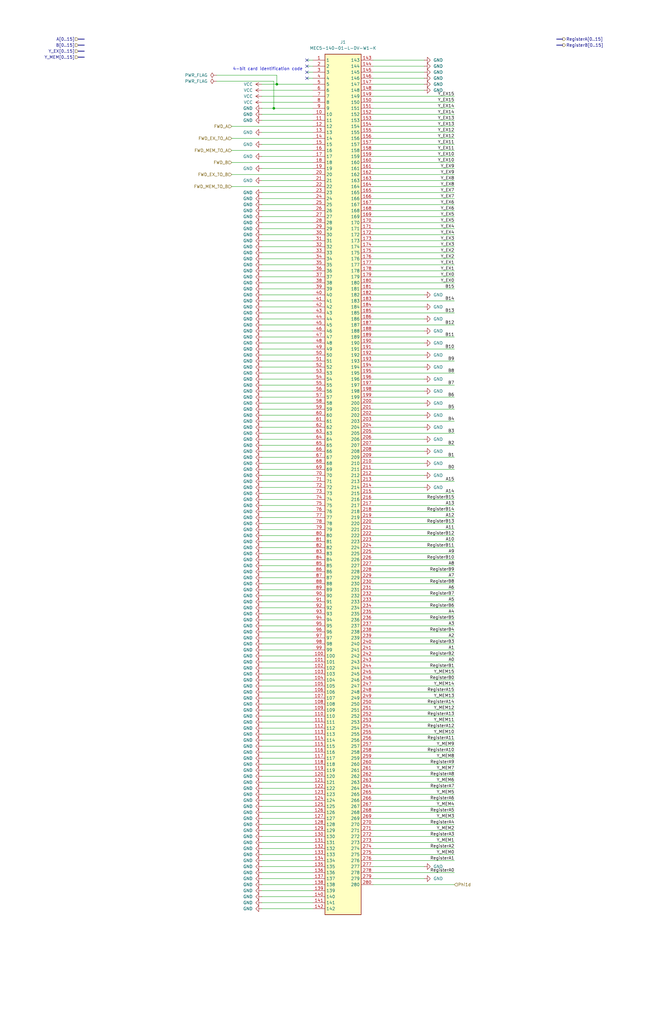
<source format=kicad_sch>
(kicad_sch (version 20250114) (generator "eeschema") (generator_version "9.0")
  (paper "USLedger" portrait)
  (title_block (date "2025-07-16") (rev "A"))
  (text "4-bit card identification code" (at 127.762 29.21 0) (effects (font (size 1.27 1.27)) (justify right)))
  (junction (at 116.84 35.56))
  (junction (at 115.57 45.72))
  (no_connect (at 129.54 30.48))
  (no_connect (at 129.54 25.4))
  (no_connect (at 129.54 27.94))
  (no_connect (at 129.54 33.02))
  (wire (pts (xy 191.77 68.58) (xy 157.48 68.58)))
  (wire (pts (xy 191.77 347.98) (xy 157.48 347.98)))
  (wire (pts (xy 110.49 358.14) (xy 132.08 358.14)))
  (wire (pts (xy 191.77 284.48) (xy 157.48 284.48)))
  (wire (pts (xy 110.49 43.18) (xy 132.08 43.18)))
  (wire (pts (xy 157.48 142.24) (xy 191.77 142.24)))
  (wire (pts (xy 110.49 254) (xy 132.08 254)))
  (wire (pts (xy 110.49 195.58) (xy 132.08 195.58)))
  (wire (pts (xy 191.77 99.06) (xy 157.48 99.06)))
  (wire (pts (xy 110.49 248.92) (xy 132.08 248.92)))
  (wire (pts (xy 110.49 182.88) (xy 132.08 182.88)))
  (wire (pts (xy 110.49 40.64) (xy 132.08 40.64)))
  (wire (pts (xy 179.07 139.7) (xy 157.48 139.7)))
  (wire (pts (xy 110.49 370.84) (xy 132.08 370.84)))
  (wire (pts (xy 191.77 292.1) (xy 157.48 292.1)))
  (wire (pts (xy 191.77 93.98) (xy 157.48 93.98)))
  (wire (pts (xy 110.49 381) (xy 132.08 381)))
  (wire (pts (xy 110.49 266.7) (xy 132.08 266.7)))
  (wire (pts (xy 157.48 233.68) (xy 191.77 233.68)))
  (wire (pts (xy 110.49 279.4) (xy 132.08 279.4)))
  (wire (pts (xy 191.77 330.2) (xy 157.48 330.2)))
  (wire (pts (xy 110.49 289.56) (xy 132.08 289.56)))
  (wire (pts (xy 110.49 317.5) (xy 132.08 317.5)))
  (wire (pts (xy 191.77 88.9) (xy 157.48 88.9)))
  (wire (pts (xy 110.49 175.26) (xy 132.08 175.26)))
  (wire (pts (xy 191.77 256.54) (xy 157.48 256.54)))
  (wire (pts (xy 191.77 86.36) (xy 157.48 86.36)))
  (wire (pts (xy 110.49 193.04) (xy 132.08 193.04)))
  (wire (pts (xy 179.07 124.46) (xy 157.48 124.46)))
  (wire (pts (xy 110.49 109.22) (xy 132.08 109.22)))
  (wire (pts (xy 110.49 284.48) (xy 132.08 284.48)))
  (wire (pts (xy 97.79 53.34) (xy 132.08 53.34)))
  (wire (pts (xy 179.07 27.94) (xy 157.48 27.94)))
  (wire (pts (xy 191.77 119.38) (xy 157.48 119.38)))
  (wire (pts (xy 157.48 208.28) (xy 191.77 208.28)))
  (wire (pts (xy 191.77 83.82) (xy 157.48 83.82)))
  (wire (pts (xy 110.49 281.94) (xy 132.08 281.94)))
  (wire (pts (xy 179.07 160.02) (xy 157.48 160.02)))
  (wire (pts (xy 110.49 261.62) (xy 132.08 261.62)))
  (bus (pts (xy 237.49 19.05) (xy 234.95 19.05)))
  (wire (pts (xy 110.49 375.92) (xy 132.08 375.92)))
  (wire (pts (xy 110.49 152.4) (xy 132.08 152.4)))
  (wire (pts (xy 191.77 45.72) (xy 157.48 45.72)))
  (wire (pts (xy 110.49 226.06) (xy 132.08 226.06)))
  (wire (pts (xy 110.49 383.54) (xy 132.08 383.54)))
  (wire (pts (xy 97.79 63.5) (xy 132.08 63.5)))
  (wire (pts (xy 191.77 226.06) (xy 157.48 226.06)))
  (wire (pts (xy 157.48 243.84) (xy 191.77 243.84)))
  (wire (pts (xy 110.49 251.46) (xy 132.08 251.46)))
  (wire (pts (xy 110.49 299.72) (xy 132.08 299.72)))
  (wire (pts (xy 110.49 276.86) (xy 132.08 276.86)))
  (wire (pts (xy 179.07 134.62) (xy 157.48 134.62)))
  (wire (pts (xy 110.49 228.6) (xy 132.08 228.6)))
  (wire (pts (xy 110.49 121.92) (xy 132.08 121.92)))
  (wire (pts (xy 110.49 147.32) (xy 132.08 147.32)))
  (wire (pts (xy 191.77 96.52) (xy 157.48 96.52)))
  (wire (pts (xy 110.49 91.44) (xy 132.08 91.44)))
  (wire (pts (xy 129.54 33.02) (xy 132.08 33.02)))
  (wire (pts (xy 191.77 236.22) (xy 157.48 236.22)))
  (wire (pts (xy 110.49 167.64) (xy 132.08 167.64)))
  (wire (pts (xy 191.77 58.42) (xy 157.48 58.42)))
  (wire (pts (xy 110.49 190.5) (xy 132.08 190.5)))
  (wire (pts (xy 191.77 60.96) (xy 157.48 60.96)))
  (wire (pts (xy 110.49 99.06) (xy 132.08 99.06)))
  (wire (pts (xy 110.49 302.26) (xy 132.08 302.26)))
  (wire (pts (xy 157.48 218.44) (xy 191.77 218.44)))
  (wire (pts (xy 191.77 63.5) (xy 157.48 63.5)))
  (wire (pts (xy 110.49 114.3) (xy 132.08 114.3)))
  (wire (pts (xy 110.49 187.96) (xy 132.08 187.96)))
  (wire (pts (xy 115.57 45.72) (xy 132.08 45.72)))
  (wire (pts (xy 110.49 220.98) (xy 132.08 220.98)))
  (wire (pts (xy 179.07 195.58) (xy 157.48 195.58)))
  (wire (pts (xy 191.77 307.34) (xy 157.48 307.34)))
  (wire (pts (xy 110.49 243.84) (xy 132.08 243.84)))
  (wire (pts (xy 110.49 66.04) (xy 132.08 66.04)))
  (wire (pts (xy 179.07 370.84) (xy 157.48 370.84)))
  (wire (pts (xy 116.84 31.75) (xy 116.84 35.56)))
  (wire (pts (xy 110.49 342.9) (xy 132.08 342.9)))
  (wire (pts (xy 110.49 165.1) (xy 132.08 165.1)))
  (wire (pts (xy 110.49 139.7) (xy 132.08 139.7)))
  (wire (pts (xy 179.07 165.1) (xy 157.48 165.1)))
  (wire (pts (xy 110.49 246.38) (xy 132.08 246.38)))
  (wire (pts (xy 191.77 309.88) (xy 157.48 309.88)))
  (wire (pts (xy 191.77 71.12) (xy 157.48 71.12)))
  (wire (pts (xy 191.77 342.9) (xy 157.48 342.9)))
  (wire (pts (xy 110.49 274.32) (xy 132.08 274.32)))
  (wire (pts (xy 129.54 25.4) (xy 132.08 25.4)))
  (wire (pts (xy 110.49 304.8) (xy 132.08 304.8)))
  (wire (pts (xy 179.07 144.78) (xy 157.48 144.78)))
  (wire (pts (xy 191.77 251.46) (xy 157.48 251.46)))
  (wire (pts (xy 110.49 325.12) (xy 132.08 325.12)))
  (wire (pts (xy 110.49 137.16) (xy 132.08 137.16)))
  (wire (pts (xy 110.49 373.38) (xy 132.08 373.38)))
  (wire (pts (xy 110.49 307.34) (xy 132.08 307.34)))
  (wire (pts (xy 157.48 121.92) (xy 191.77 121.92)))
  (wire (pts (xy 157.48 269.24) (xy 191.77 269.24)))
  (wire (pts (xy 110.49 111.76) (xy 132.08 111.76)))
  (wire (pts (xy 110.49 355.6) (xy 132.08 355.6)))
  (wire (pts (xy 191.77 50.8) (xy 157.48 50.8)))
  (wire (pts (xy 191.77 302.26) (xy 157.48 302.26)))
  (wire (pts (xy 179.07 149.86) (xy 157.48 149.86)))
  (wire (pts (xy 110.49 320.04) (xy 132.08 320.04)))
  (wire (pts (xy 191.77 261.62) (xy 157.48 261.62)))
  (wire (pts (xy 110.49 149.86) (xy 132.08 149.86)))
  (wire (pts (xy 191.77 314.96) (xy 157.48 314.96)))
  (wire (pts (xy 179.07 175.26) (xy 157.48 175.26)))
  (wire (pts (xy 110.49 353.06) (xy 132.08 353.06)))
  (wire (pts (xy 110.49 48.26) (xy 132.08 48.26)))
  (wire (pts (xy 110.49 330.2) (xy 132.08 330.2)))
  (wire (pts (xy 191.77 215.9) (xy 157.48 215.9)))
  (wire (pts (xy 110.49 345.44) (xy 132.08 345.44)))
  (wire (pts (xy 110.49 314.96) (xy 132.08 314.96)))
  (wire (pts (xy 191.77 327.66) (xy 157.48 327.66)))
  (wire (pts (xy 110.49 35.56) (xy 116.84 35.56)))
  (wire (pts (xy 191.77 322.58) (xy 157.48 322.58)))
  (wire (pts (xy 191.77 297.18) (xy 157.48 297.18)))
  (wire (pts (xy 191.77 276.86) (xy 157.48 276.86)))
  (wire (pts (xy 191.77 43.18) (xy 157.48 43.18)))
  (wire (pts (xy 179.07 200.66) (xy 157.48 200.66)))
  (wire (pts (xy 110.49 129.54) (xy 132.08 129.54)))
  (wire (pts (xy 110.49 378.46) (xy 132.08 378.46)))
  (wire (pts (xy 110.49 124.46) (xy 132.08 124.46)))
  (wire (pts (xy 157.48 193.04) (xy 191.77 193.04)))
  (wire (pts (xy 191.77 287.02) (xy 157.48 287.02)))
  (wire (pts (xy 179.07 170.18) (xy 157.48 170.18)))
  (wire (pts (xy 110.49 312.42) (xy 132.08 312.42)))
  (wire (pts (xy 110.49 340.36) (xy 132.08 340.36)))
  (wire (pts (xy 157.48 182.88) (xy 191.77 182.88)))
  (wire (pts (xy 157.48 203.2) (xy 191.77 203.2)))
  (wire (pts (xy 191.77 40.64) (xy 157.48 40.64)))
  (bus (pts (xy 33.02 24.13) (xy 35.56 24.13)))
  (wire (pts (xy 157.48 167.64) (xy 191.77 167.64)))
  (wire (pts (xy 191.77 294.64) (xy 157.48 294.64)))
  (wire (pts (xy 97.79 73.66) (xy 132.08 73.66)))
  (wire (pts (xy 157.48 152.4) (xy 191.77 152.4)))
  (wire (pts (xy 191.77 289.56) (xy 157.48 289.56)))
  (wire (pts (xy 110.49 218.44) (xy 132.08 218.44)))
  (wire (pts (xy 191.77 78.74) (xy 157.48 78.74)))
  (wire (pts (xy 191.77 360.68) (xy 157.48 360.68)))
  (wire (pts (xy 191.77 109.22) (xy 157.48 109.22)))
  (wire (pts (xy 179.07 38.1) (xy 157.48 38.1)))
  (wire (pts (xy 191.77 299.72) (xy 157.48 299.72)))
  (wire (pts (xy 157.48 213.36) (xy 191.77 213.36)))
  (wire (pts (xy 157.48 248.92) (xy 191.77 248.92)))
  (bus (pts (xy 237.49 16.51) (xy 234.95 16.51)))
  (wire (pts (xy 191.77 312.42) (xy 157.48 312.42)))
  (wire (pts (xy 191.77 337.82) (xy 157.48 337.82)))
  (wire (pts (xy 110.49 101.6) (xy 132.08 101.6)))
  (wire (pts (xy 110.49 134.62) (xy 132.08 134.62)))
  (wire (pts (xy 110.49 106.68) (xy 132.08 106.68)))
  (wire (pts (xy 110.49 368.3) (xy 132.08 368.3)))
  (wire (pts (xy 157.48 368.3) (xy 191.77 368.3)))
  (wire (pts (xy 157.48 137.16) (xy 191.77 137.16)))
  (wire (pts (xy 110.49 297.18) (xy 132.08 297.18)))
  (wire (pts (xy 110.49 142.24) (xy 132.08 142.24)))
  (wire (pts (xy 191.77 317.5) (xy 157.48 317.5)))
  (wire (pts (xy 157.48 254) (xy 191.77 254)))
  (wire (pts (xy 191.77 101.6) (xy 157.48 101.6)))
  (wire (pts (xy 110.49 71.12) (xy 132.08 71.12)))
  (wire (pts (xy 110.49 233.68) (xy 132.08 233.68)))
  (wire (pts (xy 97.79 68.58) (xy 132.08 68.58)))
  (wire (pts (xy 110.49 162.56) (xy 132.08 162.56)))
  (wire (pts (xy 191.77 66.04) (xy 157.48 66.04)))
  (wire (pts (xy 191.77 345.44) (xy 157.48 345.44)))
  (wire (pts (xy 110.49 269.24) (xy 132.08 269.24)))
  (wire (pts (xy 110.49 76.2) (xy 132.08 76.2)))
  (wire (pts (xy 110.49 350.52) (xy 132.08 350.52)))
  (wire (pts (xy 191.77 271.78) (xy 157.48 271.78)))
  (wire (pts (xy 157.48 198.12) (xy 191.77 198.12)))
  (wire (pts (xy 110.49 93.98) (xy 132.08 93.98)))
  (wire (pts (xy 129.54 30.48) (xy 132.08 30.48)))
  (wire (pts (xy 157.48 259.08) (xy 191.77 259.08)))
  (wire (pts (xy 116.84 35.56) (xy 132.08 35.56)))
  (wire (pts (xy 110.49 238.76) (xy 132.08 238.76)))
  (wire (pts (xy 191.77 373.38) (xy 157.48 373.38)))
  (wire (pts (xy 191.77 55.88) (xy 157.48 55.88)))
  (wire (pts (xy 191.77 220.98) (xy 157.48 220.98)))
  (wire (pts (xy 110.49 83.82) (xy 132.08 83.82)))
  (wire (pts (xy 191.77 358.14) (xy 157.48 358.14)))
  (wire (pts (xy 110.49 157.48) (xy 132.08 157.48)))
  (wire (pts (xy 110.49 287.02) (xy 132.08 287.02)))
  (wire (pts (xy 110.49 45.72) (xy 115.57 45.72)))
  (wire (pts (xy 191.77 340.36) (xy 157.48 340.36)))
  (wire (pts (xy 157.48 228.6) (xy 191.77 228.6)))
  (wire (pts (xy 110.49 154.94) (xy 132.08 154.94)))
  (wire (pts (xy 110.49 309.88) (xy 132.08 309.88)))
  (wire (pts (xy 157.48 274.32) (xy 191.77 274.32)))
  (wire (pts (xy 157.48 132.08) (xy 191.77 132.08)))
  (wire (pts (xy 110.49 205.74) (xy 132.08 205.74)))
  (wire (pts (xy 157.48 157.48) (xy 191.77 157.48)))
  (wire (pts (xy 157.48 172.72) (xy 191.77 172.72)))
  (wire (pts (xy 110.49 337.82) (xy 132.08 337.82)))
  (wire (pts (xy 191.77 114.3) (xy 157.48 114.3)))
  (wire (pts (xy 110.49 127) (xy 132.08 127)))
  (wire (pts (xy 110.49 198.12) (xy 132.08 198.12)))
  (wire (pts (xy 191.77 266.7) (xy 157.48 266.7)))
  (wire (pts (xy 110.49 294.64) (xy 132.08 294.64)))
  (wire (pts (xy 191.77 304.8) (xy 157.48 304.8)))
  (bus (pts (xy 33.02 21.59) (xy 35.56 21.59)))
  (wire (pts (xy 110.49 86.36) (xy 132.08 86.36)))
  (wire (pts (xy 157.48 162.56) (xy 191.77 162.56)))
  (bus (pts (xy 33.02 19.05) (xy 35.56 19.05)))
  (wire (pts (xy 191.77 116.84) (xy 157.48 116.84)))
  (wire (pts (xy 110.49 160.02) (xy 132.08 160.02)))
  (wire (pts (xy 191.77 320.04) (xy 157.48 320.04)))
  (wire (pts (xy 110.49 365.76) (xy 132.08 365.76)))
  (wire (pts (xy 191.77 53.34) (xy 157.48 53.34)))
  (wire (pts (xy 191.77 111.76) (xy 157.48 111.76)))
  (wire (pts (xy 110.49 322.58) (xy 132.08 322.58)))
  (wire (pts (xy 110.49 215.9) (xy 132.08 215.9)))
  (wire (pts (xy 179.07 185.42) (xy 157.48 185.42)))
  (wire (pts (xy 110.49 177.8) (xy 132.08 177.8)))
  (wire (pts (xy 179.07 154.94) (xy 157.48 154.94)))
  (wire (pts (xy 110.49 332.74) (xy 132.08 332.74)))
  (wire (pts (xy 110.49 236.22) (xy 132.08 236.22)))
  (wire (pts (xy 110.49 200.66) (xy 132.08 200.66)))
  (wire (pts (xy 179.07 365.76) (xy 157.48 365.76)))
  (wire (pts (xy 191.77 325.12) (xy 157.48 325.12)))
  (wire (pts (xy 110.49 241.3) (xy 132.08 241.3)))
  (wire (pts (xy 110.49 38.1) (xy 132.08 38.1)))
  (wire (pts (xy 97.79 78.74) (xy 132.08 78.74)))
  (wire (pts (xy 157.48 238.76) (xy 191.77 238.76)))
  (wire (pts (xy 110.49 259.08) (xy 132.08 259.08)))
  (wire (pts (xy 115.57 34.29) (xy 115.57 45.72)))
  (wire (pts (xy 110.49 271.78) (xy 132.08 271.78)))
  (wire (pts (xy 110.49 210.82) (xy 132.08 210.82)))
  (wire (pts (xy 191.77 279.4) (xy 157.48 279.4)))
  (wire (pts (xy 110.49 208.28) (xy 132.08 208.28)))
  (wire (pts (xy 191.77 81.28) (xy 157.48 81.28)))
  (wire (pts (xy 179.07 205.74) (xy 157.48 205.74)))
  (wire (pts (xy 191.77 246.38) (xy 157.48 246.38)))
  (wire (pts (xy 157.48 223.52) (xy 191.77 223.52)))
  (wire (pts (xy 110.49 60.96) (xy 132.08 60.96)))
  (wire (pts (xy 110.49 55.88) (xy 132.08 55.88)))
  (wire (pts (xy 179.07 129.54) (xy 157.48 129.54)))
  (wire (pts (xy 157.48 264.16) (xy 191.77 264.16)))
  (wire (pts (xy 191.77 335.28) (xy 157.48 335.28)))
  (wire (pts (xy 157.48 363.22) (xy 191.77 363.22)))
  (wire (pts (xy 110.49 50.8) (xy 132.08 50.8)))
  (wire (pts (xy 191.77 104.14) (xy 157.48 104.14)))
  (wire (pts (xy 110.49 88.9) (xy 132.08 88.9)))
  (wire (pts (xy 110.49 213.36) (xy 132.08 213.36)))
  (wire (pts (xy 191.77 106.68) (xy 157.48 106.68)))
  (wire (pts (xy 157.48 147.32) (xy 191.77 147.32)))
  (wire (pts (xy 110.49 363.22) (xy 132.08 363.22)))
  (wire (pts (xy 191.77 48.26) (xy 157.48 48.26)))
  (wire (pts (xy 179.07 180.34) (xy 157.48 180.34)))
  (wire (pts (xy 191.77 241.3) (xy 157.48 241.3)))
  (wire (pts (xy 110.49 81.28) (xy 132.08 81.28)))
  (wire (pts (xy 191.77 231.14) (xy 157.48 231.14)))
  (wire (pts (xy 191.77 353.06) (xy 157.48 353.06)))
  (wire (pts (xy 110.49 327.66) (xy 132.08 327.66)))
  (wire (pts (xy 191.77 350.52) (xy 157.48 350.52)))
  (bus (pts (xy 33.02 16.51) (xy 35.56 16.51)))
  (wire (pts (xy 110.49 347.98) (xy 132.08 347.98)))
  (wire (pts (xy 110.49 292.1) (xy 132.08 292.1)))
  (wire (pts (xy 179.07 33.02) (xy 157.48 33.02)))
  (wire (pts (xy 110.49 119.38) (xy 132.08 119.38)))
  (wire (pts (xy 157.48 177.8) (xy 191.77 177.8)))
  (wire (pts (xy 191.77 76.2) (xy 157.48 76.2)))
  (wire (pts (xy 110.49 231.14) (xy 132.08 231.14)))
  (wire (pts (xy 110.49 116.84) (xy 132.08 116.84)))
  (wire (pts (xy 179.07 25.4) (xy 157.48 25.4)))
  (wire (pts (xy 110.49 180.34) (xy 132.08 180.34)))
  (wire (pts (xy 110.49 264.16) (xy 132.08 264.16)))
  (wire (pts (xy 110.49 104.14) (xy 132.08 104.14)))
  (wire (pts (xy 157.48 187.96) (xy 191.77 187.96)))
  (wire (pts (xy 110.49 96.52) (xy 132.08 96.52)))
  (wire (pts (xy 91.44 34.29) (xy 115.57 34.29)))
  (wire (pts (xy 191.77 355.6) (xy 157.48 355.6)))
  (wire (pts (xy 97.79 58.42) (xy 132.08 58.42)))
  (wire (pts (xy 110.49 172.72) (xy 132.08 172.72)))
  (wire (pts (xy 110.49 203.2) (xy 132.08 203.2)))
  (wire (pts (xy 110.49 335.28) (xy 132.08 335.28)))
  (wire (pts (xy 157.48 127) (xy 191.77 127)))
  (wire (pts (xy 191.77 332.74) (xy 157.48 332.74)))
  (wire (pts (xy 179.07 35.56) (xy 157.48 35.56)))
  (wire (pts (xy 91.44 31.75) (xy 116.84 31.75)))
  (wire (pts (xy 179.07 190.5) (xy 157.48 190.5)))
  (wire (pts (xy 191.77 281.94) (xy 157.48 281.94)))
  (wire (pts (xy 129.54 27.94) (xy 132.08 27.94)))
  (wire (pts (xy 110.49 185.42) (xy 132.08 185.42)))
  (wire (pts (xy 110.49 132.08) (xy 132.08 132.08)))
  (wire (pts (xy 191.77 73.66) (xy 157.48 73.66)))
  (wire (pts (xy 191.77 210.82) (xy 157.48 210.82)))
  (wire (pts (xy 110.49 170.18) (xy 132.08 170.18)))
  (wire (pts (xy 179.07 30.48) (xy 157.48 30.48)))
  (wire (pts (xy 110.49 360.68) (xy 132.08 360.68)))
  (wire (pts (xy 191.77 91.44) (xy 157.48 91.44)))
  (wire (pts (xy 110.49 223.52) (xy 132.08 223.52)))
  (wire (pts (xy 110.49 144.78) (xy 132.08 144.78)))
  (wire (pts (xy 110.49 256.54) (xy 132.08 256.54)))
  (label "Y_EX11" (at 191.77 63.5 180))
  (label "A6" (at 191.77 248.92 180))
  (label "A0" (at 191.77 279.4 180))
  (label "A1" (at 191.77 274.32 180))
  (label "RegisterB3" (at 191.77 271.78 180))
  (label "RegisterB9" (at 191.77 241.3 180))
  (label "Y_MEM8" (at 191.77 320.04 180))
  (label "RegisterA2" (at 191.77 358.14 180))
  (label "Y_EX2" (at 191.77 109.22 180))
  (label "Y_EX3" (at 191.77 104.14 180))
  (label "B0" (at 191.77 198.12 180))
  (label "Y_EX4" (at 191.77 99.06 180))
  (label "RegisterB15" (at 191.77 210.82 180))
  (label "Y_EX3" (at 191.77 101.6 180))
  (label "Y_EX12" (at 191.77 58.42 180))
  (label "Y_EX15" (at 191.77 40.64 180))
  (label "RegisterA6" (at 191.77 337.82 180))
  (label "RegisterB4" (at 191.77 266.7 180))
  (label "RegisterB12" (at 191.77 226.06 180))
  (label "Y_EX6" (at 191.77 86.36 180))
  (label "RegisterA7" (at 191.77 332.74 180))
  (label "Y_EX1" (at 191.77 111.76 180))
  (label "Y_MEM7" (at 191.77 325.12 180))
  (label "B8" (at 191.77 157.48 180))
  (label "Y_MEM15" (at 191.77 284.48 180))
  (label "Y_MEM3" (at 191.77 345.44 180))
  (label "Y_MEM5" (at 191.77 335.28 180))
  (label "Y_EX8" (at 191.77 78.74 180))
  (label "RegisterB8" (at 191.77 246.38 180))
  (label "RegisterB11" (at 191.77 231.14 180))
  (label "RegisterA10" (at 191.77 317.5 180))
  (label "RegisterA3" (at 191.77 353.06 180))
  (label "Y_EX9" (at 191.77 73.66 180))
  (label "A7" (at 191.77 243.84 180))
  (label "RegisterA9" (at 191.77 322.58 180))
  (label "Y_EX14" (at 191.77 45.72 180))
  (label "B2" (at 191.77 187.96 180))
  (label "Y_MEM1" (at 191.77 355.6 180))
  (label "RegisterB6" (at 191.77 256.54 180))
  (label "B13" (at 191.77 132.08 180))
  (label "Y_EX2" (at 191.77 106.68 180))
  (label "B7" (at 191.77 162.56 180))
  (label "B5" (at 191.77 172.72 180))
  (label "Y_EX11" (at 191.77 60.96 180))
  (label "A14" (at 191.77 208.28 180))
  (label "B6" (at 191.77 167.64 180))
  (label "Y_MEM10" (at 191.77 309.88 180))
  (label "RegisterA1" (at 191.77 363.22 180))
  (label "Y_EX13" (at 191.77 53.34 180))
  (label "Y_MEM6" (at 191.77 330.2 180))
  (label "Y_EX1" (at 191.77 114.3 180))
  (label "A2" (at 191.77 269.24 180))
  (label "RegisterB0" (at 191.77 287.02 180))
  (label "B9" (at 191.77 152.4 180))
  (label "Y_EX10" (at 191.77 66.04 180))
  (label "Y_MEM12" (at 191.77 299.72 180))
  (label "Y_EX12" (at 191.77 55.88 180))
  (label "Y_EX14" (at 191.77 48.26 180))
  (label "RegisterB13" (at 191.77 220.98 180))
  (label "Y_EX0" (at 191.77 119.38 180))
  (label "RegisterA5" (at 191.77 342.9 180))
  (label "Y_EX13" (at 191.77 50.8 180))
  (label "A9" (at 191.77 233.68 180))
  (label "Y_EX5" (at 191.77 93.98 180))
  (label "RegisterA15" (at 191.77 292.1 180))
  (label "Y_MEM13" (at 191.77 294.64 180))
  (label "B4" (at 191.77 177.8 180))
  (label "RegisterB1" (at 191.77 281.94 180))
  (label "RegisterB5" (at 191.77 261.62 180))
  (label "B12" (at 191.77 137.16 180))
  (label "Y_MEM14" (at 191.77 289.56 180))
  (label "B3" (at 191.77 182.88 180))
  (label "B1" (at 191.77 193.04 180))
  (label "Y_EX7" (at 191.77 83.82 180))
  (label "Y_MEM0" (at 191.77 360.68 180))
  (label "RegisterA8" (at 191.77 327.66 180))
  (label "RegisterA11" (at 191.77 312.42 180))
  (label "B11" (at 191.77 142.24 180))
  (label "Y_EX15" (at 191.77 43.18 180))
  (label "Y_MEM2" (at 191.77 350.52 180))
  (label "RegisterA0" (at 191.77 368.3 180))
  (label "B10" (at 191.77 147.32 180))
  (label "RegisterA13" (at 191.77 302.26 180))
  (label "RegisterA14" (at 191.77 297.18 180))
  (label "RegisterB2" (at 191.77 276.86 180))
  (label "Y_EX6" (at 191.77 88.9 180))
  (label "Y_EX4" (at 191.77 96.52 180))
  (label "Y_EX7" (at 191.77 81.28 180))
  (label "Y_MEM4" (at 191.77 340.36 180))
  (label "A5" (at 191.77 254 180))
  (label "B15" (at 191.77 121.92 180))
  (label "A11" (at 191.77 223.52 180))
  (label "Y_EX5" (at 191.77 91.44 180))
  (label "RegisterA12" (at 191.77 307.34 180))
  (label "Y_EX10" (at 191.77 68.58 180))
  (label "RegisterB7" (at 191.77 251.46 180))
  (label "Y_MEM11" (at 191.77 304.8 180))
  (label "A8" (at 191.77 238.76 180))
  (label "A3" (at 191.77 264.16 180))
  (label "Y_EX8" (at 191.77 76.2 180))
  (label "A13" (at 191.77 213.36 180))
  (label "Y_EX0" (at 191.77 116.84 180))
  (label "B14" (at 191.77 127 180))
  (label "Y_EX9" (at 191.77 71.12 180))
  (label "Y_MEM9" (at 191.77 314.96 180))
  (label "A10" (at 191.77 228.6 180))
  (label "A12" (at 191.77 218.44 180))
  (label "A15" (at 191.77 203.2 180))
  (label "RegisterA4" (at 191.77 347.98 180))
  (label "RegisterB10" (at 191.77 236.22 180))
  (label "A4" (at 191.77 259.08 180))
  (label "RegisterB14" (at 191.77 215.9 180))
  (hierarchical_label "FWD_A" (shape input) (at 97.79 53.34 180))
  (hierarchical_label "RegisterB[0..15]" (shape output) (at 237.49 19.05 0))
  (hierarchical_label "FWD_MEM_TO_B" (shape input) (at 97.79 78.74 180))
  (hierarchical_label "FWD_MEM_TO_A" (shape input) (at 97.79 63.5 180))
  (hierarchical_label "A[0..15]" (shape input) (at 33.02 16.51 180))
  (hierarchical_label "Phi1d" (shape input) (at 191.77 373.38 0))
  (hierarchical_label "Y_EX[0..15]" (shape input) (at 33.02 21.59 180))
  (hierarchical_label "RegisterA[0..15]" (shape output) (at 237.49 16.51 0))
  (hierarchical_label "Y_MEM[0..15]" (shape input) (at 33.02 24.13 180))
  (hierarchical_label "FWD_B" (shape input) (at 97.79 68.58 180))
  (hierarchical_label "FWD_EX_TO_B" (shape input) (at 97.79 73.66 180))
  (hierarchical_label "FWD_EX_TO_A" (shape input) (at 97.79 58.42 180))
  (hierarchical_label "B[0..15]" (shape input) (at 33.02 19.05 180))
  (symbol (lib_id "power:GND") (at 110.49 180.34 270) (unit 1)
    (property "Reference" "#PWR052" (effects (hide yes)))
    (property "Value" "GND" (at 106.68 180.3399 90) (effects (justify right)))
    (property "Description" "Power symbol creates a global label with name \"GND\" , ground" (effects (hide yes)))
    (instances (project "MainBoard" (path "" (reference "#PWR052") (unit 1))) (project "MainBoard" (path "" (reference "#PWR01372") (unit 1))))
  )
  (symbol (lib_id "power:PWR_FLAG") (at 91.44 31.75 90) (unit 1)
    (property "Reference" "#FLG01" (effects (hide yes)))
    (property "Value" "PWR_FLAG" (at 87.63 31.7499 90) (effects (justify left)))
    (property "Description" "Special symbol for telling ERC where power comes from" (effects (hide yes)))
  )
  (symbol (lib_id "power:GND") (at 110.49 121.92 270) (unit 1)
    (property "Reference" "#PWR029" (effects (hide yes)))
    (property "Value" "GND" (at 106.68 121.9199 90) (effects (justify right)))
    (property "Description" "Power symbol creates a global label with name \"GND\" , ground" (effects (hide yes)))
    (instances (project "MainBoard" (path "" (reference "#PWR029") (unit 1))) (project "MainBoard" (path "" (reference "#PWR01261") (unit 1))))
  )
  (symbol (lib_id "power:GND") (at 110.49 119.38 270) (unit 1)
    (property "Reference" "#PWR028" (effects (hide yes)))
    (property "Value" "GND" (at 106.68 119.3799 90) (effects (justify right)))
    (property "Description" "Power symbol creates a global label with name \"GND\" , ground" (effects (hide yes)))
    (instances (project "MainBoard" (path "" (reference "#PWR028") (unit 1))) (project "MainBoard" (path "" (reference "#PWR01260") (unit 1))))
  )
  (symbol (lib_id "power:GND") (at 110.49 160.02 270) (unit 1)
    (property "Reference" "#PWR044" (effects (hide yes)))
    (property "Value" "GND" (at 106.68 160.0199 90) (effects (justify right)))
    (property "Description" "Power symbol creates a global label with name \"GND\" , ground" (effects (hide yes)))
    (instances (project "MainBoard" (path "" (reference "#PWR044") (unit 1))) (project "MainBoard" (path "" (reference "#PWR01282") (unit 1))))
  )
  (symbol (lib_id "power:GND") (at 110.49 215.9 270) (unit 1)
    (property "Reference" "#PWR066" (effects (hide yes)))
    (property "Value" "GND" (at 106.68 215.8999 90) (effects (justify right)))
    (property "Description" "Power symbol creates a global label with name \"GND\" , ground" (effects (hide yes)))
    (instances (project "MainBoard" (path "" (reference "#PWR066") (unit 1))) (project "MainBoard" (path "" (reference "#PWR01386") (unit 1))))
  )
  (symbol (lib_id "power:GND") (at 110.49 350.52 270) (unit 1)
    (property "Reference" "#PWR0119" (effects (hide yes)))
    (property "Value" "GND" (at 106.68 350.5199 90) (effects (justify right)))
    (property "Description" "Power symbol creates a global label with name \"GND\" , ground" (effects (hide yes)))
    (instances (project "MainBoard" (path "" (reference "#PWR0119") (unit 1))) (project "MainBoard" (path "" (reference "#PWR01439") (unit 1))))
  )
  (symbol (lib_id "power:GND") (at 110.49 210.82 270) (unit 1)
    (property "Reference" "#PWR064" (effects (hide yes)))
    (property "Value" "GND" (at 106.68 210.8199 90) (effects (justify right)))
    (property "Description" "Power symbol creates a global label with name \"GND\" , ground" (effects (hide yes)))
    (instances (project "MainBoard" (path "" (reference "#PWR064") (unit 1))) (project "MainBoard" (path "" (reference "#PWR01384") (unit 1))))
  )
  (symbol (lib_id "power:GND") (at 110.49 124.46 270) (unit 1)
    (property "Reference" "#PWR030" (effects (hide yes)))
    (property "Value" "GND" (at 106.68 124.4599 90) (effects (justify right)))
    (property "Description" "Power symbol creates a global label with name \"GND\" , ground" (effects (hide yes)))
    (instances (project "MainBoard" (path "" (reference "#PWR030") (unit 1))) (project "MainBoard" (path "" (reference "#PWR01262") (unit 1))))
  )
  (symbol (lib_id "power:GND") (at 110.49 271.78 270) (unit 1)
    (property "Reference" "#PWR088" (effects (hide yes)))
    (property "Value" "GND" (at 106.68 271.7799 90) (effects (justify right)))
    (property "Description" "Power symbol creates a global label with name \"GND\" , ground" (effects (hide yes)))
    (instances (project "MainBoard" (path "" (reference "#PWR088") (unit 1))) (project "MainBoard" (path "" (reference "#PWR01408") (unit 1))))
  )
  (symbol (lib_id "power:GND") (at 110.49 149.86 270) (unit 1)
    (property "Reference" "#PWR040" (effects (hide yes)))
    (property "Value" "GND" (at 106.68 149.8599 90) (effects (justify right)))
    (property "Description" "Power symbol creates a global label with name \"GND\" , ground" (effects (hide yes)))
    (instances (project "MainBoard" (path "" (reference "#PWR040") (unit 1))) (project "MainBoard" (path "" (reference "#PWR01273") (unit 1))))
  )
  (symbol (lib_id "power:GND") (at 110.49 218.44 270) (unit 1)
    (property "Reference" "#PWR067" (effects (hide yes)))
    (property "Value" "GND" (at 106.68 218.4399 90) (effects (justify right)))
    (property "Description" "Power symbol creates a global label with name \"GND\" , ground" (effects (hide yes)))
    (instances (project "MainBoard" (path "" (reference "#PWR067") (unit 1))) (project "MainBoard" (path "" (reference "#PWR01387") (unit 1))))
  )
  (symbol (lib_id "power:GND") (at 110.49 45.72 270) (unit 1)
    (property "Reference" "#PWR05" (effects (hide yes)))
    (property "Value" "GND" (at 106.68 45.7199 90) (effects (justify right)))
    (property "Description" "Power symbol creates a global label with name \"GND\" , ground" (effects (hide yes)))
    (instances (project "MainBoard" (path "" (reference "#PWR05") (unit 1))) (project "MainBoard" (path "" (reference "#PWR01217") (unit 1))))
  )
  (symbol (lib_id "power:GND") (at 110.49 266.7 270) (unit 1)
    (property "Reference" "#PWR086" (effects (hide yes)))
    (property "Value" "GND" (at 106.68 266.6999 90) (effects (justify right)))
    (property "Description" "Power symbol creates a global label with name \"GND\" , ground" (effects (hide yes)))
    (instances (project "MainBoard" (path "" (reference "#PWR086") (unit 1))) (project "MainBoard" (path "" (reference "#PWR01406") (unit 1))))
  )
  (symbol (lib_id "power:GND") (at 110.49 347.98 270) (unit 1)
    (property "Reference" "#PWR0118" (effects (hide yes)))
    (property "Value" "GND" (at 106.68 347.9799 90) (effects (justify right)))
    (property "Description" "Power symbol creates a global label with name \"GND\" , ground" (effects (hide yes)))
    (instances (project "MainBoard" (path "" (reference "#PWR0118") (unit 1))) (project "MainBoard" (path "" (reference "#PWR01438") (unit 1))))
  )
  (symbol (lib_id "power:GND") (at 110.49 335.28 270) (unit 1)
    (property "Reference" "#PWR0113" (effects (hide yes)))
    (property "Value" "GND" (at 106.68 335.2799 90) (effects (justify right)))
    (property "Description" "Power symbol creates a global label with name \"GND\" , ground" (effects (hide yes)))
    (instances (project "MainBoard" (path "" (reference "#PWR0113") (unit 1))) (project "MainBoard" (path "" (reference "#PWR01433") (unit 1))))
  )
  (symbol (lib_id "power:GND") (at 110.49 101.6 270) (unit 1)
    (property "Reference" "#PWR021" (effects (hide yes)))
    (property "Value" "GND" (at 106.68 101.5999 90) (effects (justify right)))
    (property "Description" "Power symbol creates a global label with name \"GND\" , ground" (effects (hide yes)))
    (instances (project "MainBoard" (path "" (reference "#PWR021") (unit 1))) (project "MainBoard" (path "" (reference "#PWR01253") (unit 1))))
  )
  (symbol (lib_id "power:GND") (at 110.49 373.38 270) (unit 1)
    (property "Reference" "#PWR0128" (effects (hide yes)))
    (property "Value" "GND" (at 106.68 373.3799 90) (effects (justify right)))
    (property "Description" "Power symbol creates a global label with name \"GND\" , ground" (effects (hide yes)))
    (instances (project "MainBoard" (path "" (reference "#PWR0128") (unit 1))) (project "MainBoard" (path "" (reference "#PWR01448") (unit 1))))
  )
  (symbol (lib_id "power:GND") (at 179.07 134.62 90) (mirror x) (unit 1)
    (property "Reference" "#PWR0141" (effects (hide yes)))
    (property "Value" "GND" (at 182.88 134.6199 90) (effects (justify right)))
    (property "Description" "Power symbol creates a global label with name \"GND\" , ground" (effects (hide yes)))
    (instances (project "MainBoard" (path "" (reference "#PWR0141") (unit 1))) (project "MainBoard" (path "" (reference "#PWR01132") (unit 1))))
  )
  (symbol (lib_id "power:GND") (at 110.49 337.82 270) (unit 1)
    (property "Reference" "#PWR0114" (effects (hide yes)))
    (property "Value" "GND" (at 106.68 337.8199 90) (effects (justify right)))
    (property "Description" "Power symbol creates a global label with name \"GND\" , ground" (effects (hide yes)))
    (instances (project "MainBoard" (path "" (reference "#PWR0114") (unit 1))) (project "MainBoard" (path "" (reference "#PWR01434") (unit 1))))
  )
  (symbol (lib_id "power:GND") (at 110.49 99.06 270) (unit 1)
    (property "Reference" "#PWR020" (effects (hide yes)))
    (property "Value" "GND" (at 106.68 99.0599 90) (effects (justify right)))
    (property "Description" "Power symbol creates a global label with name \"GND\" , ground" (effects (hide yes)))
    (instances (project "MainBoard" (path "" (reference "#PWR020") (unit 1))) (project "MainBoard" (path "" (reference "#PWR01252") (unit 1))))
  )
  (symbol (lib_id "power:GND") (at 110.49 302.26 270) (unit 1)
    (property "Reference" "#PWR0100" (effects (hide yes)))
    (property "Value" "GND" (at 106.68 302.2599 90) (effects (justify right)))
    (property "Description" "Power symbol creates a global label with name \"GND\" , ground" (effects (hide yes)))
    (instances (project "MainBoard" (path "" (reference "#PWR0100") (unit 1))) (project "MainBoard" (path "" (reference "#PWR01420") (unit 1))))
  )
  (symbol (lib_id "power:GND") (at 110.49 71.12 270) (unit 1)
    (property "Reference" "#PWR011" (effects (hide yes)))
    (property "Value" "GND" (at 106.68 71.1199 90) (effects (justify right)))
    (property "Description" "Power symbol creates a global label with name \"GND\" , ground" (effects (hide yes)))
    (instances (project "MainBoard" (path "" (reference "#PWR011") (unit 1))) (project "MainBoard" (path "" (reference "#PWR01227") (unit 1))))
  )
  (symbol (lib_id "power:GND") (at 110.49 50.8 270) (unit 1)
    (property "Reference" "#PWR07" (effects (hide yes)))
    (property "Value" "GND" (at 106.68 50.7999 90) (effects (justify right)))
    (property "Description" "Power symbol creates a global label with name \"GND\" , ground" (effects (hide yes)))
    (instances (project "MainBoard" (path "" (reference "#PWR07") (unit 1))) (project "MainBoard" (path "" (reference "#PWR01219") (unit 1))))
  )
  (symbol (lib_id "power:GND") (at 110.49 378.46 270) (unit 1)
    (property "Reference" "#PWR0130" (effects (hide yes)))
    (property "Value" "GND" (at 106.68 378.4599 90) (effects (justify right)))
    (property "Description" "Power symbol creates a global label with name \"GND\" , ground" (effects (hide yes)))
    (instances (project "MainBoard" (path "" (reference "#PWR0130") (unit 1))) (project "MainBoard" (path "" (reference "#PWR01450") (unit 1))))
  )
  (symbol (lib_id "power:GND") (at 110.49 96.52 270) (unit 1)
    (property "Reference" "#PWR019" (effects (hide yes)))
    (property "Value" "GND" (at 106.68 96.5199 90) (effects (justify right)))
    (property "Description" "Power symbol creates a global label with name \"GND\" , ground" (effects (hide yes)))
    (instances (project "MainBoard" (path "" (reference "#PWR019") (unit 1))) (project "MainBoard" (path "" (reference "#PWR01232") (unit 1))))
  )
  (symbol (lib_id "power:GND") (at 179.07 370.84 90) (mirror x) (unit 1)
    (property "Reference" "#PWR0157" (effects (hide yes)))
    (property "Value" "GND" (at 182.88 370.8399 90) (effects (justify right)))
    (property "Description" "Power symbol creates a global label with name \"GND\" , ground" (effects (hide yes)))
    (instances (project "MainBoard" (path "" (reference "#PWR0157") (unit 1))) (project "MainBoard" (path "" (reference "#PWR01190") (unit 1))))
  )
  (symbol (lib_id "power:GND") (at 179.07 38.1 90) (mirror x) (unit 1)
    (property "Reference" "#PWR0138" (effects (hide yes)))
    (property "Value" "GND" (at 182.88 38.0999 90) (effects (justify right)))
    (property "Description" "Power symbol creates a global label with name \"GND\" , ground" (effects (hide yes)))
    (instances (project "MainBoard" (path "" (reference "#PWR0138") (unit 1))) (project "MainBoard" (path "" (reference "#PWR01210") (unit 1))))
  )
  (symbol (lib_id "power:GND") (at 179.07 154.94 90) (mirror x) (unit 1)
    (property "Reference" "#PWR0145" (effects (hide yes)))
    (property "Value" "GND" (at 182.88 154.9399 90) (effects (justify right)))
    (property "Description" "Power symbol creates a global label with name \"GND\" , ground" (effects (hide yes)))
    (instances (project "MainBoard" (path "" (reference "#PWR0145") (unit 1))) (project "MainBoard" (path "" (reference "#PWR01112") (unit 1))))
  )
  (symbol (lib_id "power:GND") (at 110.49 259.08 270) (unit 1)
    (property "Reference" "#PWR083" (effects (hide yes)))
    (property "Value" "GND" (at 106.68 259.0799 90) (effects (justify right)))
    (property "Description" "Power symbol creates a global label with name \"GND\" , ground" (effects (hide yes)))
    (instances (project "MainBoard" (path "" (reference "#PWR083") (unit 1))) (project "MainBoard" (path "" (reference "#PWR01403") (unit 1))))
  )
  (symbol (lib_id "power:GND") (at 110.49 223.52 270) (unit 1)
    (property "Reference" "#PWR069" (effects (hide yes)))
    (property "Value" "GND" (at 106.68 223.5199 90) (effects (justify right)))
    (property "Description" "Power symbol creates a global label with name \"GND\" , ground" (effects (hide yes)))
    (instances (project "MainBoard" (path "" (reference "#PWR069") (unit 1))) (project "MainBoard" (path "" (reference "#PWR01389") (unit 1))))
  )
  (symbol (lib_id "power:GND") (at 110.49 205.74 270) (unit 1)
    (property "Reference" "#PWR062" (effects (hide yes)))
    (property "Value" "GND" (at 106.68 205.7399 90) (effects (justify right)))
    (property "Description" "Power symbol creates a global label with name \"GND\" , ground" (effects (hide yes)))
    (instances (project "MainBoard" (path "" (reference "#PWR062") (unit 1))) (project "MainBoard" (path "" (reference "#PWR01382") (unit 1))))
  )
  (symbol (lib_id "power:GND") (at 110.49 81.28 270) (unit 1)
    (property "Reference" "#PWR013" (effects (hide yes)))
    (property "Value" "GND" (at 106.68 81.2799 90) (effects (justify right)))
    (property "Description" "Power symbol creates a global label with name \"GND\" , ground" (effects (hide yes)))
    (instances (project "MainBoard" (path "" (reference "#PWR013") (unit 1))) (project "MainBoard" (path "" (reference "#PWR01220") (unit 1))))
  )
  (symbol (lib_id "power:GND") (at 179.07 139.7 90) (mirror x) (unit 1)
    (property "Reference" "#PWR0142" (effects (hide yes)))
    (property "Value" "GND" (at 182.88 139.6999 90) (effects (justify right)))
    (property "Description" "Power symbol creates a global label with name \"GND\" , ground" (effects (hide yes)))
    (instances (project "MainBoard" (path "" (reference "#PWR0142") (unit 1))) (project "MainBoard" (path "" (reference "#PWR01131") (unit 1))))
  )
  (symbol (lib_id "power:GND") (at 110.49 276.86 270) (unit 1)
    (property "Reference" "#PWR090" (effects (hide yes)))
    (property "Value" "GND" (at 106.68 276.8599 90) (effects (justify right)))
    (property "Description" "Power symbol creates a global label with name \"GND\" , ground" (effects (hide yes)))
    (instances (project "MainBoard" (path "" (reference "#PWR090") (unit 1))) (project "MainBoard" (path "" (reference "#PWR01410") (unit 1))))
  )
  (symbol (lib_id "power:GND") (at 110.49 172.72 270) (unit 1)
    (property "Reference" "#PWR049" (effects (hide yes)))
    (property "Value" "GND" (at 106.68 172.7199 90) (effects (justify right)))
    (property "Description" "Power symbol creates a global label with name \"GND\" , ground" (effects (hide yes)))
    (instances (project "MainBoard" (path "" (reference "#PWR049") (unit 1))) (project "MainBoard" (path "" (reference "#PWR01369") (unit 1))))
  )
  (symbol (lib_id "power:GND") (at 179.07 144.78 90) (mirror x) (unit 1)
    (property "Reference" "#PWR0143" (effects (hide yes)))
    (property "Value" "GND" (at 182.88 144.7799 90) (effects (justify right)))
    (property "Description" "Power symbol creates a global label with name \"GND\" , ground" (effects (hide yes)))
    (instances (project "MainBoard" (path "" (reference "#PWR0143") (unit 1))) (project "MainBoard" (path "" (reference "#PWR01130") (unit 1))))
  )
  (symbol (lib_id "power:GND") (at 110.49 236.22 270) (unit 1)
    (property "Reference" "#PWR074" (effects (hide yes)))
    (property "Value" "GND" (at 106.68 236.2199 90) (effects (justify right)))
    (property "Description" "Power symbol creates a global label with name \"GND\" , ground" (effects (hide yes)))
    (instances (project "MainBoard" (path "" (reference "#PWR074") (unit 1))) (project "MainBoard" (path "" (reference "#PWR01394") (unit 1))))
  )
  (symbol (lib_id "power:GND") (at 110.49 170.18 270) (unit 1)
    (property "Reference" "#PWR048" (effects (hide yes)))
    (property "Value" "GND" (at 106.68 170.1799 90) (effects (justify right)))
    (property "Description" "Power symbol creates a global label with name \"GND\" , ground" (effects (hide yes)))
    (instances (project "MainBoard" (path "" (reference "#PWR048") (unit 1))) (project "MainBoard" (path "" (reference "#PWR01286") (unit 1))))
  )
  (symbol (lib_id "power:GND") (at 179.07 165.1 90) (mirror x) (unit 1)
    (property "Reference" "#PWR0147" (effects (hide yes)))
    (property "Value" "GND" (at 182.88 165.0999 90) (effects (justify right)))
    (property "Description" "Power symbol creates a global label with name \"GND\" , ground" (effects (hide yes)))
    (instances (project "MainBoard" (path "" (reference "#PWR0147") (unit 1))) (project "MainBoard" (path "" (reference "#PWR01118") (unit 1))))
  )
  (symbol (lib_id "power:GND") (at 110.49 340.36 270) (unit 1)
    (property "Reference" "#PWR0115" (effects (hide yes)))
    (property "Value" "GND" (at 106.68 340.3599 90) (effects (justify right)))
    (property "Description" "Power symbol creates a global label with name \"GND\" , ground" (effects (hide yes)))
    (instances (project "MainBoard" (path "" (reference "#PWR0115") (unit 1))) (project "MainBoard" (path "" (reference "#PWR01435") (unit 1))))
  )
  (symbol (lib_id "power:GND") (at 110.49 325.12 270) (unit 1)
    (property "Reference" "#PWR0109" (effects (hide yes)))
    (property "Value" "GND" (at 106.68 325.1199 90) (effects (justify right)))
    (property "Description" "Power symbol creates a global label with name \"GND\" , ground" (effects (hide yes)))
    (instances (project "MainBoard" (path "" (reference "#PWR0109") (unit 1))) (project "MainBoard" (path "" (reference "#PWR01429") (unit 1))))
  )
  (symbol (lib_id "power:GND") (at 110.49 220.98 270) (unit 1)
    (property "Reference" "#PWR068" (effects (hide yes)))
    (property "Value" "GND" (at 106.68 220.9799 90) (effects (justify right)))
    (property "Description" "Power symbol creates a global label with name \"GND\" , ground" (effects (hide yes)))
    (instances (project "MainBoard" (path "" (reference "#PWR068") (unit 1))) (project "MainBoard" (path "" (reference "#PWR01388") (unit 1))))
  )
  (symbol (lib_id "power:GND") (at 179.07 33.02 90) (mirror x) (unit 1)
    (property "Reference" "#PWR0136" (effects (hide yes)))
    (property "Value" "GND" (at 182.88 33.0199 90) (effects (justify right)))
    (property "Description" "Power symbol creates a global label with name \"GND\" , ground" (effects (hide yes)))
    (instances (project "MainBoard" (path "" (reference "#PWR0136") (unit 1))) (project "MainBoard" (path "" (reference "#PWR01208") (unit 1))))
  )
  (symbol (lib_id "power:GND") (at 110.49 147.32 270) (unit 1)
    (property "Reference" "#PWR039" (effects (hide yes)))
    (property "Value" "GND" (at 106.68 147.3199 90) (effects (justify right)))
    (property "Description" "Power symbol creates a global label with name \"GND\" , ground" (effects (hide yes)))
    (instances (project "MainBoard" (path "" (reference "#PWR039") (unit 1))) (project "MainBoard" (path "" (reference "#PWR01272") (unit 1))))
  )
  (symbol (lib_id "power:GND") (at 179.07 129.54 90) (mirror x) (unit 1)
    (property "Reference" "#PWR0140" (effects (hide yes)))
    (property "Value" "GND" (at 182.88 129.5399 90) (effects (justify right)))
    (property "Description" "Power symbol creates a global label with name \"GND\" , ground" (effects (hide yes)))
    (instances (project "MainBoard" (path "" (reference "#PWR0140") (unit 1))) (project "MainBoard" (path "" (reference "#PWR01133") (unit 1))))
  )
  (symbol (lib_id "power:GND") (at 110.49 109.22 270) (unit 1)
    (property "Reference" "#PWR024" (effects (hide yes)))
    (property "Value" "GND" (at 106.68 109.2199 90) (effects (justify right)))
    (property "Description" "Power symbol creates a global label with name \"GND\" , ground" (effects (hide yes)))
    (instances (project "MainBoard" (path "" (reference "#PWR024") (unit 1))) (project "MainBoard" (path "" (reference "#PWR01256") (unit 1))))
  )
  (symbol (lib_id "power:GND") (at 110.49 76.2 270) (unit 1)
    (property "Reference" "#PWR012" (effects (hide yes)))
    (property "Value" "GND" (at 106.68 76.1999 90) (effects (justify right)))
    (property "Description" "Power symbol creates a global label with name \"GND\" , ground" (effects (hide yes)))
    (instances (project "MainBoard" (path "" (reference "#PWR012") (unit 1))) (project "MainBoard" (path "" (reference "#PWR01226") (unit 1))))
  )
  (symbol (lib_id "power:GND") (at 179.07 185.42 90) (mirror x) (unit 1)
    (property "Reference" "#PWR0151" (effects (hide yes)))
    (property "Value" "GND" (at 182.88 185.4199 90) (effects (justify right)))
    (property "Description" "Power symbol creates a global label with name \"GND\" , ground" (effects (hide yes)))
    (instances (project "MainBoard" (path "" (reference "#PWR0151") (unit 1))) (project "MainBoard" (path "" (reference "#PWR01122") (unit 1))))
  )
  (symbol (lib_id "power:GND") (at 110.49 342.9 270) (unit 1)
    (property "Reference" "#PWR0116" (effects (hide yes)))
    (property "Value" "GND" (at 106.68 342.8999 90) (effects (justify right)))
    (property "Description" "Power symbol creates a global label with name \"GND\" , ground" (effects (hide yes)))
    (instances (project "MainBoard" (path "" (reference "#PWR0116") (unit 1))) (project "MainBoard" (path "" (reference "#PWR01436") (unit 1))))
  )
  (symbol (lib_id "power:GND") (at 179.07 160.02 90) (mirror x) (unit 1)
    (property "Reference" "#PWR0146" (effects (hide yes)))
    (property "Value" "GND" (at 182.88 160.0199 90) (effects (justify right)))
    (property "Description" "Power symbol creates a global label with name \"GND\" , ground" (effects (hide yes)))
    (instances (project "MainBoard" (path "" (reference "#PWR0146") (unit 1))) (project "MainBoard" (path "" (reference "#PWR01117") (unit 1))))
  )
  (symbol (lib_id "power:GND") (at 110.49 264.16 270) (unit 1)
    (property "Reference" "#PWR085" (effects (hide yes)))
    (property "Value" "GND" (at 106.68 264.1599 90) (effects (justify right)))
    (property "Description" "Power symbol creates a global label with name \"GND\" , ground" (effects (hide yes)))
    (instances (project "MainBoard" (path "" (reference "#PWR085") (unit 1))) (project "MainBoard" (path "" (reference "#PWR01405") (unit 1))))
  )
  (symbol (lib_id "power:GND") (at 110.49 261.62 270) (unit 1)
    (property "Reference" "#PWR084" (effects (hide yes)))
    (property "Value" "GND" (at 106.68 261.6199 90) (effects (justify right)))
    (property "Description" "Power symbol creates a global label with name \"GND\" , ground" (effects (hide yes)))
    (instances (project "MainBoard" (path "" (reference "#PWR084") (unit 1))) (project "MainBoard" (path "" (reference "#PWR01404") (unit 1))))
  )
  (symbol (lib_id "power:GND") (at 179.07 149.86 90) (mirror x) (unit 1)
    (property "Reference" "#PWR0144" (effects (hide yes)))
    (property "Value" "GND" (at 182.88 149.8599 90) (effects (justify right)))
    (property "Description" "Power symbol creates a global label with name \"GND\" , ground" (effects (hide yes)))
    (instances (project "MainBoard" (path "" (reference "#PWR0144") (unit 1))) (project "MainBoard" (path "" (reference "#PWR01111") (unit 1))))
  )
  (symbol (lib_id "power:GND") (at 110.49 208.28 270) (unit 1)
    (property "Reference" "#PWR063" (effects (hide yes)))
    (property "Value" "GND" (at 106.68 208.2799 90) (effects (justify right)))
    (property "Description" "Power symbol creates a global label with name \"GND\" , ground" (effects (hide yes)))
    (instances (project "MainBoard" (path "" (reference "#PWR063") (unit 1))) (project "MainBoard" (path "" (reference "#PWR01383") (unit 1))))
  )
  (symbol (lib_id "power:GND") (at 110.49 299.72 270) (unit 1)
    (property "Reference" "#PWR099" (effects (hide yes)))
    (property "Value" "GND" (at 106.68 299.7199 90) (effects (justify right)))
    (property "Description" "Power symbol creates a global label with name \"GND\" , ground" (effects (hide yes)))
    (instances (project "MainBoard" (path "" (reference "#PWR099") (unit 1))) (project "MainBoard" (path "" (reference "#PWR01419") (unit 1))))
  )
  (symbol (lib_id "power:GND") (at 179.07 170.18 90) (mirror x) (unit 1)
    (property "Reference" "#PWR0148" (effects (hide yes)))
    (property "Value" "GND" (at 182.88 170.1799 90) (effects (justify right)))
    (property "Description" "Power symbol creates a global label with name \"GND\" , ground" (effects (hide yes)))
    (instances (project "MainBoard" (path "" (reference "#PWR0148") (unit 1))) (project "MainBoard" (path "" (reference "#PWR01119") (unit 1))))
  )
  (symbol (lib_id "power:GND") (at 110.49 165.1 270) (unit 1)
    (property "Reference" "#PWR046" (effects (hide yes)))
    (property "Value" "GND" (at 106.68 165.0999 90) (effects (justify right)))
    (property "Description" "Power symbol creates a global label with name \"GND\" , ground" (effects (hide yes)))
    (instances (project "MainBoard" (path "" (reference "#PWR046") (unit 1))) (project "MainBoard" (path "" (reference "#PWR01284") (unit 1))))
  )
  (symbol (lib_id "power:GND") (at 110.49 132.08 270) (unit 1)
    (property "Reference" "#PWR033" (effects (hide yes)))
    (property "Value" "GND" (at 106.68 132.0799 90) (effects (justify right)))
    (property "Description" "Power symbol creates a global label with name \"GND\" , ground" (effects (hide yes)))
    (instances (project "MainBoard" (path "" (reference "#PWR033") (unit 1))) (project "MainBoard" (path "" (reference "#PWR01265") (unit 1))))
  )
  (symbol (lib_id "power:GND") (at 110.49 198.12 270) (unit 1)
    (property "Reference" "#PWR059" (effects (hide yes)))
    (property "Value" "GND" (at 106.68 198.1199 90) (effects (justify right)))
    (property "Description" "Power symbol creates a global label with name \"GND\" , ground" (effects (hide yes)))
    (instances (project "MainBoard" (path "" (reference "#PWR059") (unit 1))) (project "MainBoard" (path "" (reference "#PWR01379") (unit 1))))
  )
  (symbol (lib_id "power:GND") (at 110.49 91.44 270) (unit 1)
    (property "Reference" "#PWR017" (effects (hide yes)))
    (property "Value" "GND" (at 106.68 91.4399 90) (effects (justify right)))
    (property "Description" "Power symbol creates a global label with name \"GND\" , ground" (effects (hide yes)))
    (instances (project "MainBoard" (path "" (reference "#PWR017") (unit 1))) (project "MainBoard" (path "" (reference "#PWR01224") (unit 1))))
  )
  (symbol (lib_id "power:GND") (at 110.49 292.1 270) (unit 1)
    (property "Reference" "#PWR096" (effects (hide yes)))
    (property "Value" "GND" (at 106.68 292.0999 90) (effects (justify right)))
    (property "Description" "Power symbol creates a global label with name \"GND\" , ground" (effects (hide yes)))
    (instances (project "MainBoard" (path "" (reference "#PWR096") (unit 1))) (project "MainBoard" (path "" (reference "#PWR01416") (unit 1))))
  )
  (symbol (lib_id "power:GND") (at 110.49 317.5 270) (unit 1)
    (property "Reference" "#PWR0106" (effects (hide yes)))
    (property "Value" "GND" (at 106.68 317.4999 90) (effects (justify right)))
    (property "Description" "Power symbol creates a global label with name \"GND\" , ground" (effects (hide yes)))
    (instances (project "MainBoard" (path "" (reference "#PWR0106") (unit 1))) (project "MainBoard" (path "" (reference "#PWR01426") (unit 1))))
  )
  (symbol (lib_id "power:GND") (at 110.49 175.26 270) (unit 1)
    (property "Reference" "#PWR050" (effects (hide yes)))
    (property "Value" "GND" (at 106.68 175.2599 90) (effects (justify right)))
    (property "Description" "Power symbol creates a global label with name \"GND\" , ground" (effects (hide yes)))
    (instances (project "MainBoard" (path "" (reference "#PWR050") (unit 1))) (project "MainBoard" (path "" (reference "#PWR01370") (unit 1))))
  )
  (symbol (lib_id "power:GND") (at 110.49 281.94 270) (unit 1)
    (property "Reference" "#PWR092" (effects (hide yes)))
    (property "Value" "GND" (at 106.68 281.9399 90) (effects (justify right)))
    (property "Description" "Power symbol creates a global label with name \"GND\" , ground" (effects (hide yes)))
    (instances (project "MainBoard" (path "" (reference "#PWR092") (unit 1))) (project "MainBoard" (path "" (reference "#PWR01412") (unit 1))))
  )
  (symbol (lib_id "power:GND") (at 179.07 124.46 90) (mirror x) (unit 1)
    (property "Reference" "#PWR0139" (effects (hide yes)))
    (property "Value" "GND" (at 182.88 124.4599 90) (effects (justify right)))
    (property "Description" "Power symbol creates a global label with name \"GND\" , ground" (effects (hide yes)))
    (instances (project "MainBoard" (path "" (reference "#PWR0139") (unit 1))) (project "MainBoard" (path "" (reference "#PWR01134") (unit 1))))
  )
  (symbol (lib_id "power:GND") (at 110.49 106.68 270) (unit 1)
    (property "Reference" "#PWR023" (effects (hide yes)))
    (property "Value" "GND" (at 106.68 106.6799 90) (effects (justify right)))
    (property "Description" "Power symbol creates a global label with name \"GND\" , ground" (effects (hide yes)))
    (instances (project "MainBoard" (path "" (reference "#PWR023") (unit 1))) (project "MainBoard" (path "" (reference "#PWR01255") (unit 1))))
  )
  (symbol (lib_id "power:GND") (at 110.49 193.04 270) (unit 1)
    (property "Reference" "#PWR057" (effects (hide yes)))
    (property "Value" "GND" (at 106.68 193.0399 90) (effects (justify right)))
    (property "Description" "Power symbol creates a global label with name \"GND\" , ground" (effects (hide yes)))
    (instances (project "MainBoard" (path "" (reference "#PWR057") (unit 1))) (project "MainBoard" (path "" (reference "#PWR01377") (unit 1))))
  )
  (symbol (lib_id "power:GND") (at 110.49 162.56 270) (unit 1)
    (property "Reference" "#PWR045" (effects (hide yes)))
    (property "Value" "GND" (at 106.68 162.5599 90) (effects (justify right)))
    (property "Description" "Power symbol creates a global label with name \"GND\" , ground" (effects (hide yes)))
    (instances (project "MainBoard" (path "" (reference "#PWR045") (unit 1))) (project "MainBoard" (path "" (reference "#PWR01283") (unit 1))))
  )
  (symbol (lib_id "power:GND") (at 110.49 279.4 270) (unit 1)
    (property "Reference" "#PWR091" (effects (hide yes)))
    (property "Value" "GND" (at 106.68 279.3999 90) (effects (justify right)))
    (property "Description" "Power symbol creates a global label with name \"GND\" , ground" (effects (hide yes)))
    (instances (project "MainBoard" (path "" (reference "#PWR091") (unit 1))) (project "MainBoard" (path "" (reference "#PWR01411") (unit 1))))
  )
  (symbol (lib_id "power:GND") (at 110.49 304.8 270) (unit 1)
    (property "Reference" "#PWR0101" (effects (hide yes)))
    (property "Value" "GND" (at 106.68 304.7999 90) (effects (justify right)))
    (property "Description" "Power symbol creates a global label with name \"GND\" , ground" (effects (hide yes)))
    (instances (project "MainBoard" (path "" (reference "#PWR0101") (unit 1))) (project "MainBoard" (path "" (reference "#PWR01421") (unit 1))))
  )
  (symbol (lib_id "power:GND") (at 110.49 104.14 270) (unit 1)
    (property "Reference" "#PWR022" (effects (hide yes)))
    (property "Value" "GND" (at 106.68 104.1399 90) (effects (justify right)))
    (property "Description" "Power symbol creates a global label with name \"GND\" , ground" (effects (hide yes)))
    (instances (project "MainBoard" (path "" (reference "#PWR022") (unit 1))) (project "MainBoard" (path "" (reference "#PWR01254") (unit 1))))
  )
  (symbol (lib_id "power:GND") (at 110.49 330.2 270) (unit 1)
    (property "Reference" "#PWR0111" (effects (hide yes)))
    (property "Value" "GND" (at 106.68 330.1999 90) (effects (justify right)))
    (property "Description" "Power symbol creates a global label with name \"GND\" , ground" (effects (hide yes)))
    (instances (project "MainBoard" (path "" (reference "#PWR0111") (unit 1))) (project "MainBoard" (path "" (reference "#PWR01431") (unit 1))))
  )
  (symbol (lib_id "power:GND") (at 110.49 137.16 270) (unit 1)
    (property "Reference" "#PWR035" (effects (hide yes)))
    (property "Value" "GND" (at 106.68 137.1599 90) (effects (justify right)))
    (property "Description" "Power symbol creates a global label with name \"GND\" , ground" (effects (hide yes)))
    (instances (project "MainBoard" (path "" (reference "#PWR035") (unit 1))) (project "MainBoard" (path "" (reference "#PWR01267") (unit 1))))
  )
  (symbol (lib_id "power:GND") (at 110.49 320.04 270) (unit 1)
    (property "Reference" "#PWR0107" (effects (hide yes)))
    (property "Value" "GND" (at 106.68 320.0399 90) (effects (justify right)))
    (property "Description" "Power symbol creates a global label with name \"GND\" , ground" (effects (hide yes)))
    (instances (project "MainBoard" (path "" (reference "#PWR0107") (unit 1))) (project "MainBoard" (path "" (reference "#PWR01427") (unit 1))))
  )
  (symbol (lib_id "power:GND") (at 110.49 314.96 270) (unit 1)
    (property "Reference" "#PWR0105" (effects (hide yes)))
    (property "Value" "GND" (at 106.68 314.9599 90) (effects (justify right)))
    (property "Description" "Power symbol creates a global label with name \"GND\" , ground" (effects (hide yes)))
    (instances (project "MainBoard" (path "" (reference "#PWR0105") (unit 1))) (project "MainBoard" (path "" (reference "#PWR01425") (unit 1))))
  )
  (symbol (lib_id "power:GND") (at 110.49 66.04 270) (unit 1)
    (property "Reference" "#PWR010" (effects (hide yes)))
    (property "Value" "GND" (at 106.68 66.0399 90) (effects (justify right)))
    (property "Description" "Power symbol creates a global label with name \"GND\" , ground" (effects (hide yes)))
    (instances (project "MainBoard" (path "" (reference "#PWR010") (unit 1))) (project "MainBoard" (path "" (reference "#PWR01228") (unit 1))))
  )
  (symbol (lib_id "power:GND") (at 179.07 175.26 90) (mirror x) (unit 1)
    (property "Reference" "#PWR0149" (effects (hide yes)))
    (property "Value" "GND" (at 182.88 175.2599 90) (effects (justify right)))
    (property "Description" "Power symbol creates a global label with name \"GND\" , ground" (effects (hide yes)))
    (instances (project "MainBoard" (path "" (reference "#PWR0149") (unit 1))) (project "MainBoard" (path "" (reference "#PWR01120") (unit 1))))
  )
  (symbol (lib_id "power:GND") (at 110.49 368.3 270) (unit 1)
    (property "Reference" "#PWR0126" (effects (hide yes)))
    (property "Value" "GND" (at 106.68 368.2999 90) (effects (justify right)))
    (property "Description" "Power symbol creates a global label with name \"GND\" , ground" (effects (hide yes)))
    (instances (project "MainBoard" (path "" (reference "#PWR0126") (unit 1))) (project "MainBoard" (path "" (reference "#PWR01446") (unit 1))))
  )
  (symbol (lib_id "power:GND") (at 110.49 360.68 270) (unit 1)
    (property "Reference" "#PWR0123" (effects (hide yes)))
    (property "Value" "GND" (at 106.68 360.6799 90) (effects (justify right)))
    (property "Description" "Power symbol creates a global label with name \"GND\" , ground" (effects (hide yes)))
    (instances (project "MainBoard" (path "" (reference "#PWR0123") (unit 1))) (project "MainBoard" (path "" (reference "#PWR01443") (unit 1))))
  )
  (symbol (lib_id "power:GND") (at 110.49 114.3 270) (unit 1)
    (property "Reference" "#PWR026" (effects (hide yes)))
    (property "Value" "GND" (at 106.68 114.2999 90) (effects (justify right)))
    (property "Description" "Power symbol creates a global label with name \"GND\" , ground" (effects (hide yes)))
    (instances (project "MainBoard" (path "" (reference "#PWR026") (unit 1))) (project "MainBoard" (path "" (reference "#PWR01258") (unit 1))))
  )
  (symbol (lib_id "power:GND") (at 110.49 284.48 270) (unit 1)
    (property "Reference" "#PWR093" (effects (hide yes)))
    (property "Value" "GND" (at 106.68 284.4799 90) (effects (justify right)))
    (property "Description" "Power symbol creates a global label with name \"GND\" , ground" (effects (hide yes)))
    (instances (project "MainBoard" (path "" (reference "#PWR093") (unit 1))) (project "MainBoard" (path "" (reference "#PWR01413") (unit 1))))
  )
  (symbol (lib_id "power:GND") (at 110.49 154.94 270) (unit 1)
    (property "Reference" "#PWR042" (effects (hide yes)))
    (property "Value" "GND" (at 106.68 154.9399 90) (effects (justify right)))
    (property "Description" "Power symbol creates a global label with name \"GND\" , ground" (effects (hide yes)))
    (instances (project "MainBoard" (path "" (reference "#PWR042") (unit 1))) (project "MainBoard" (path "" (reference "#PWR01276") (unit 1))))
  )
  (symbol (lib_id "power:VCC") (at 110.49 38.1 90) (unit 1)
    (property "Reference" "#PWR02" (effects (hide yes)))
    (property "Value" "VCC" (at 106.68 38.0999 90) (effects (justify left)))
    (property "Description" "Power symbol creates a global label with name \"VCC\"" (effects (hide yes)))
    (instances (project "MainBoard" (path "" (reference "#PWR02") (unit 1))) (project "MainBoard" (path "" (reference "#PWR0349") (unit 1))))
  )
  (symbol (lib_id "power:GND") (at 110.49 370.84 270) (unit 1)
    (property "Reference" "#PWR0127" (effects (hide yes)))
    (property "Value" "GND" (at 106.68 370.8399 90) (effects (justify right)))
    (property "Description" "Power symbol creates a global label with name \"GND\" , ground" (effects (hide yes)))
    (instances (project "MainBoard" (path "" (reference "#PWR0127") (unit 1))) (project "MainBoard" (path "" (reference "#PWR01447") (unit 1))))
  )
  (symbol (lib_id "power:GND") (at 179.07 200.66 90) (mirror x) (unit 1)
    (property "Reference" "#PWR0154" (effects (hide yes)))
    (property "Value" "GND" (at 182.88 200.6599 90) (effects (justify right)))
    (property "Description" "Power symbol creates a global label with name \"GND\" , ground" (effects (hide yes)))
    (instances (project "MainBoard" (path "" (reference "#PWR0154") (unit 1))) (project "MainBoard" (path "" (reference "#PWR01125") (unit 1))))
  )
  (symbol (lib_id "power:GND") (at 110.49 60.96 270) (unit 1)
    (property "Reference" "#PWR09" (effects (hide yes)))
    (property "Value" "GND" (at 106.68 60.9599 90) (effects (justify right)))
    (property "Description" "Power symbol creates a global label with name \"GND\" , ground" (effects (hide yes)))
    (instances (project "MainBoard" (path "" (reference "#PWR09") (unit 1))) (project "MainBoard" (path "" (reference "#PWR01229") (unit 1))))
  )
  (symbol (lib_id "power:GND") (at 110.49 187.96 270) (unit 1)
    (property "Reference" "#PWR055" (effects (hide yes)))
    (property "Value" "GND" (at 106.68 187.9599 90) (effects (justify right)))
    (property "Description" "Power symbol creates a global label with name \"GND\" , ground" (effects (hide yes)))
    (instances (project "MainBoard" (path "" (reference "#PWR055") (unit 1))) (project "MainBoard" (path "" (reference "#PWR01375") (unit 1))))
  )
  (symbol (lib_id "power:GND") (at 110.49 157.48 270) (unit 1)
    (property "Reference" "#PWR043" (effects (hide yes)))
    (property "Value" "GND" (at 106.68 157.4799 90) (effects (justify right)))
    (property "Description" "Power symbol creates a global label with name \"GND\" , ground" (effects (hide yes)))
    (instances (project "MainBoard" (path "" (reference "#PWR043") (unit 1))) (project "MainBoard" (path "" (reference "#PWR01281") (unit 1))))
  )
  (symbol (lib_id "power:GND") (at 110.49 254 270) (unit 1)
    (property "Reference" "#PWR081" (effects (hide yes)))
    (property "Value" "GND" (at 106.68 253.9999 90) (effects (justify right)))
    (property "Description" "Power symbol creates a global label with name \"GND\" , ground" (effects (hide yes)))
    (instances (project "MainBoard" (path "" (reference "#PWR081") (unit 1))) (project "MainBoard" (path "" (reference "#PWR01401") (unit 1))))
  )
  (symbol (lib_id "power:GND") (at 110.49 152.4 270) (unit 1)
    (property "Reference" "#PWR041" (effects (hide yes)))
    (property "Value" "GND" (at 106.68 152.3999 90) (effects (justify right)))
    (property "Description" "Power symbol creates a global label with name \"GND\" , ground" (effects (hide yes)))
    (instances (project "MainBoard" (path "" (reference "#PWR041") (unit 1))) (project "MainBoard" (path "" (reference "#PWR01274") (unit 1))))
  )
  (symbol (lib_id "power:GND") (at 110.49 226.06 270) (unit 1)
    (property "Reference" "#PWR070" (effects (hide yes)))
    (property "Value" "GND" (at 106.68 226.0599 90) (effects (justify right)))
    (property "Description" "Power symbol creates a global label with name \"GND\" , ground" (effects (hide yes)))
    (instances (project "MainBoard" (path "" (reference "#PWR070") (unit 1))) (project "MainBoard" (path "" (reference "#PWR01390") (unit 1))))
  )
  (symbol (lib_id "power:GND") (at 110.49 327.66 270) (unit 1)
    (property "Reference" "#PWR0110" (effects (hide yes)))
    (property "Value" "GND" (at 106.68 327.6599 90) (effects (justify right)))
    (property "Description" "Power symbol creates a global label with name \"GND\" , ground" (effects (hide yes)))
    (instances (project "MainBoard" (path "" (reference "#PWR0110") (unit 1))) (project "MainBoard" (path "" (reference "#PWR01430") (unit 1))))
  )
  (symbol (lib_id "power:GND") (at 110.49 83.82 270) (unit 1)
    (property "Reference" "#PWR014" (effects (hide yes)))
    (property "Value" "GND" (at 106.68 83.8199 90) (effects (justify right)))
    (property "Description" "Power symbol creates a global label with name \"GND\" , ground" (effects (hide yes)))
    (instances (project "MainBoard" (path "" (reference "#PWR014") (unit 1))) (project "MainBoard" (path "" (reference "#PWR01221") (unit 1))))
  )
  (symbol (lib_id "power:GND") (at 110.49 144.78 270) (unit 1)
    (property "Reference" "#PWR038" (effects (hide yes)))
    (property "Value" "GND" (at 106.68 144.7799 90) (effects (justify right)))
    (property "Description" "Power symbol creates a global label with name \"GND\" , ground" (effects (hide yes)))
    (instances (project "MainBoard" (path "" (reference "#PWR038") (unit 1))) (project "MainBoard" (path "" (reference "#PWR01270") (unit 1))))
  )
  (symbol (lib_id "power:GND") (at 179.07 365.76 90) (mirror x) (unit 1)
    (property "Reference" "#PWR0156" (effects (hide yes)))
    (property "Value" "GND" (at 182.88 365.7599 90) (effects (justify right)))
    (property "Description" "Power symbol creates a global label with name \"GND\" , ground" (effects (hide yes)))
    (instances (project "MainBoard" (path "" (reference "#PWR0156") (unit 1))) (project "MainBoard" (path "" (reference "#PWR01189") (unit 1))))
  )
  (symbol (lib_id "power:GND") (at 179.07 35.56 90) (mirror x) (unit 1)
    (property "Reference" "#PWR0137" (effects (hide yes)))
    (property "Value" "GND" (at 182.88 35.5599 90) (effects (justify right)))
    (property "Description" "Power symbol creates a global label with name \"GND\" , ground" (effects (hide yes)))
    (instances (project "MainBoard" (path "" (reference "#PWR0137") (unit 1))) (project "MainBoard" (path "" (reference "#PWR01209") (unit 1))))
  )
  (symbol (lib_id "power:GND") (at 110.49 332.74 270) (unit 1)
    (property "Reference" "#PWR0112" (effects (hide yes)))
    (property "Value" "GND" (at 106.68 332.7399 90) (effects (justify right)))
    (property "Description" "Power symbol creates a global label with name \"GND\" , ground" (effects (hide yes)))
    (instances (project "MainBoard" (path "" (reference "#PWR0112") (unit 1))) (project "MainBoard" (path "" (reference "#PWR01432") (unit 1))))
  )
  (symbol (lib_id "power:GND") (at 179.07 205.74 90) (mirror x) (unit 1)
    (property "Reference" "#PWR0155" (effects (hide yes)))
    (property "Value" "GND" (at 182.88 205.7399 90) (effects (justify right)))
    (property "Description" "Power symbol creates a global label with name \"GND\" , ground" (effects (hide yes)))
    (instances (project "MainBoard" (path "" (reference "#PWR0155") (unit 1))) (project "MainBoard" (path "" (reference "#PWR01126") (unit 1))))
  )
  (symbol (lib_id "power:GND") (at 110.49 48.26 270) (unit 1)
    (property "Reference" "#PWR06" (effects (hide yes)))
    (property "Value" "GND" (at 106.68 48.2599 90) (effects (justify right)))
    (property "Description" "Power symbol creates a global label with name \"GND\" , ground" (effects (hide yes)))
    (instances (project "MainBoard" (path "" (reference "#PWR06") (unit 1))) (project "MainBoard" (path "" (reference "#PWR01218") (unit 1))))
  )
  (symbol (lib_id "power:GND") (at 110.49 185.42 270) (unit 1)
    (property "Reference" "#PWR054" (effects (hide yes)))
    (property "Value" "GND" (at 106.68 185.4199 90) (effects (justify right)))
    (property "Description" "Power symbol creates a global label with name \"GND\" , ground" (effects (hide yes)))
    (instances (project "MainBoard" (path "" (reference "#PWR054") (unit 1))) (project "MainBoard" (path "" (reference "#PWR01374") (unit 1))))
  )
  (symbol (lib_id "power:GND") (at 179.07 180.34 90) (mirror x) (unit 1)
    (property "Reference" "#PWR0150" (effects (hide yes)))
    (property "Value" "GND" (at 182.88 180.3399 90) (effects (justify right)))
    (property "Description" "Power symbol creates a global label with name \"GND\" , ground" (effects (hide yes)))
    (instances (project "MainBoard" (path "" (reference "#PWR0150") (unit 1))) (project "MainBoard" (path "" (reference "#PWR01121") (unit 1))))
  )
  (symbol (lib_id "power:GND") (at 110.49 231.14 270) (unit 1)
    (property "Reference" "#PWR072" (effects (hide yes)))
    (property "Value" "GND" (at 106.68 231.1399 90) (effects (justify right)))
    (property "Description" "Power symbol creates a global label with name \"GND\" , ground" (effects (hide yes)))
    (instances (project "MainBoard" (path "" (reference "#PWR072") (unit 1))) (project "MainBoard" (path "" (reference "#PWR01392") (unit 1))))
  )
  (symbol (lib_id "power:GND") (at 179.07 25.4 90) (mirror x) (unit 1)
    (property "Reference" "#PWR0133" (effects (hide yes)))
    (property "Value" "GND" (at 182.88 25.3999 90) (effects (justify right)))
    (property "Description" "Power symbol creates a global label with name \"GND\" , ground" (effects (hide yes)))
    (instances (project "MainBoard" (path "" (reference "#PWR0133") (unit 1))) (project "MainBoard" (path "" (reference "#PWR01205") (unit 1))))
  )
  (symbol (lib_id "power:GND") (at 110.49 383.54 270) (unit 1)
    (property "Reference" "#PWR0132" (effects (hide yes)))
    (property "Value" "GND" (at 106.68 383.5399 90) (effects (justify right)))
    (property "Description" "Power symbol creates a global label with name \"GND\" , ground" (effects (hide yes)))
    (instances (project "MainBoard" (path "" (reference "#PWR0132") (unit 1))) (project "MainBoard" (path "" (reference "#PWR01452") (unit 1))))
  )
  (symbol (lib_id "Turtle16:MEC5-140-01-L-DV-W1-K_Edge") (at 132.08 25.4 0) (unit 1)
    (property "Reference" "J1" (at 144.78 17.78 0))
    (property "Value" "MEC5-140-01-L-DV-W1-K" (at 144.78 20.32 0))
    (property "Footprint" "Turtle16:MEC5-140-01-L-DV-W1-K_Edge" (effects (hide yes)))
    (property "Datasheet" "https://suddendocs.samtec.com/prints/mec5-xxx-xx-x-dv-xx-k-xx-mkt.pdf" (effects (hide yes)))
    (property "Description" "Standard Card Edge Connectors MEC5-DV vert conn 140 pos per row" (effects (hide yes)))
    (property "Height" "10.35" (effects (hide yes)))
    (property "Mouser Part Number" "200-MEC514001LDVW1K" (effects (hide yes)))
    (property "Mouser Price/Stock" "https://www.mouser.co.uk/ProductDetail/Samtec/MEC5-140-01-L-DV-W1-K?qs=XeJtXLiO41SNck3klUeiMQ%3D%3D" (effects (hide yes)))
    (property "Manufacturer_Name" "SAMTEC" (effects (hide yes)))
    (property "Manufacturer_Part_Number" "MEC5-140-01-L-DV-W1-K" (effects (hide yes)))
    (instances (project "MainBoard" (path "" (reference "J1") (unit 1))) (project "MainBoard" (path "" (reference "J5") (unit 1))))
  )
  (symbol (lib_id "power:GND") (at 110.49 200.66 270) (unit 1)
    (property "Reference" "#PWR060" (effects (hide yes)))
    (property "Value" "GND" (at 106.68 200.6599 90) (effects (justify right)))
    (property "Description" "Power symbol creates a global label with name \"GND\" , ground" (effects (hide yes)))
    (instances (project "MainBoard" (path "" (reference "#PWR060") (unit 1))) (project "MainBoard" (path "" (reference "#PWR01380") (unit 1))))
  )
  (symbol (lib_id "power:GND") (at 110.49 127 270) (unit 1)
    (property "Reference" "#PWR031" (effects (hide yes)))
    (property "Value" "GND" (at 106.68 126.9999 90) (effects (justify right)))
    (property "Description" "Power symbol creates a global label with name \"GND\" , ground" (effects (hide yes)))
    (instances (project "MainBoard" (path "" (reference "#PWR031") (unit 1))) (project "MainBoard" (path "" (reference "#PWR01263") (unit 1))))
  )
  (symbol (lib_id "power:GND") (at 110.49 177.8 270) (unit 1)
    (property "Reference" "#PWR051" (effects (hide yes)))
    (property "Value" "GND" (at 106.68 177.7999 90) (effects (justify right)))
    (property "Description" "Power symbol creates a global label with name \"GND\" , ground" (effects (hide yes)))
    (instances (project "MainBoard" (path "" (reference "#PWR051") (unit 1))) (project "MainBoard" (path "" (reference "#PWR01371") (unit 1))))
  )
  (symbol (lib_id "power:GND") (at 110.49 195.58 270) (unit 1)
    (property "Reference" "#PWR058" (effects (hide yes)))
    (property "Value" "GND" (at 106.68 195.5799 90) (effects (justify right)))
    (property "Description" "Power symbol creates a global label with name \"GND\" , ground" (effects (hide yes)))
    (instances (project "MainBoard" (path "" (reference "#PWR058") (unit 1))) (project "MainBoard" (path "" (reference "#PWR01378") (unit 1))))
  )
  (symbol (lib_id "power:GND") (at 110.49 256.54 270) (unit 1)
    (property "Reference" "#PWR082" (effects (hide yes)))
    (property "Value" "GND" (at 106.68 256.5399 90) (effects (justify right)))
    (property "Description" "Power symbol creates a global label with name \"GND\" , ground" (effects (hide yes)))
    (instances (project "MainBoard" (path "" (reference "#PWR082") (unit 1))) (project "MainBoard" (path "" (reference "#PWR01402") (unit 1))))
  )
  (symbol (lib_id "power:GND") (at 110.49 238.76 270) (unit 1)
    (property "Reference" "#PWR075" (effects (hide yes)))
    (property "Value" "GND" (at 106.68 238.7599 90) (effects (justify right)))
    (property "Description" "Power symbol creates a global label with name \"GND\" , ground" (effects (hide yes)))
    (instances (project "MainBoard" (path "" (reference "#PWR075") (unit 1))) (project "MainBoard" (path "" (reference "#PWR01395") (unit 1))))
  )
  (symbol (lib_id "power:GND") (at 110.49 294.64 270) (unit 1)
    (property "Reference" "#PWR097" (effects (hide yes)))
    (property "Value" "GND" (at 106.68 294.6399 90) (effects (justify right)))
    (property "Description" "Power symbol creates a global label with name \"GND\" , ground" (effects (hide yes)))
    (instances (project "MainBoard" (path "" (reference "#PWR097") (unit 1))) (project "MainBoard" (path "" (reference "#PWR01417") (unit 1))))
  )
  (symbol (lib_id "power:GND") (at 110.49 353.06 270) (unit 1)
    (property "Reference" "#PWR0120" (effects (hide yes)))
    (property "Value" "GND" (at 106.68 353.0599 90) (effects (justify right)))
    (property "Description" "Power symbol creates a global label with name \"GND\" , ground" (effects (hide yes)))
    (instances (project "MainBoard" (path "" (reference "#PWR0120") (unit 1))) (project "MainBoard" (path "" (reference "#PWR01440") (unit 1))))
  )
  (symbol (lib_id "power:GND") (at 110.49 375.92 270) (unit 1)
    (property "Reference" "#PWR0129" (effects (hide yes)))
    (property "Value" "GND" (at 106.68 375.9199 90) (effects (justify right)))
    (property "Description" "Power symbol creates a global label with name \"GND\" , ground" (effects (hide yes)))
    (instances (project "MainBoard" (path "" (reference "#PWR0129") (unit 1))) (project "MainBoard" (path "" (reference "#PWR01449") (unit 1))))
  )
  (symbol (lib_id "power:GND") (at 179.07 190.5 90) (mirror x) (unit 1)
    (property "Reference" "#PWR0152" (effects (hide yes)))
    (property "Value" "GND" (at 182.88 190.4999 90) (effects (justify right)))
    (property "Description" "Power symbol creates a global label with name \"GND\" , ground" (effects (hide yes)))
    (instances (project "MainBoard" (path "" (reference "#PWR0152") (unit 1))) (project "MainBoard" (path "" (reference "#PWR01123") (unit 1))))
  )
  (symbol (lib_id "power:GND") (at 110.49 190.5 270) (unit 1)
    (property "Reference" "#PWR056" (effects (hide yes)))
    (property "Value" "GND" (at 106.68 190.4999 90) (effects (justify right)))
    (property "Description" "Power symbol creates a global label with name \"GND\" , ground" (effects (hide yes)))
    (instances (project "MainBoard" (path "" (reference "#PWR056") (unit 1))) (project "MainBoard" (path "" (reference "#PWR01376") (unit 1))))
  )
  (symbol (lib_id "power:GND") (at 110.49 142.24 270) (unit 1)
    (property "Reference" "#PWR037" (effects (hide yes)))
    (property "Value" "GND" (at 106.68 142.2399 90) (effects (justify right)))
    (property "Description" "Power symbol creates a global label with name \"GND\" , ground" (effects (hide yes)))
    (instances (project "MainBoard" (path "" (reference "#PWR037") (unit 1))) (project "MainBoard" (path "" (reference "#PWR01269") (unit 1))))
  )
  (symbol (lib_id "power:GND") (at 110.49 111.76 270) (unit 1)
    (property "Reference" "#PWR025" (effects (hide yes)))
    (property "Value" "GND" (at 106.68 111.7599 90) (effects (justify right)))
    (property "Description" "Power symbol creates a global label with name \"GND\" , ground" (effects (hide yes)))
    (instances (project "MainBoard" (path "" (reference "#PWR025") (unit 1))) (project "MainBoard" (path "" (reference "#PWR01257") (unit 1))))
  )
  (symbol (lib_id "power:GND") (at 110.49 363.22 270) (unit 1)
    (property "Reference" "#PWR0124" (effects (hide yes)))
    (property "Value" "GND" (at 106.68 363.2199 90) (effects (justify right)))
    (property "Description" "Power symbol creates a global label with name \"GND\" , ground" (effects (hide yes)))
    (instances (project "MainBoard" (path "" (reference "#PWR0124") (unit 1))) (project "MainBoard" (path "" (reference "#PWR01444") (unit 1))))
  )
  (symbol (lib_id "power:GND") (at 110.49 203.2 270) (unit 1)
    (property "Reference" "#PWR061" (effects (hide yes)))
    (property "Value" "GND" (at 106.68 203.1999 90) (effects (justify right)))
    (property "Description" "Power symbol creates a global label with name \"GND\" , ground" (effects (hide yes)))
    (instances (project "MainBoard" (path "" (reference "#PWR061") (unit 1))) (project "MainBoard" (path "" (reference "#PWR01381") (unit 1))))
  )
  (symbol (lib_id "power:GND") (at 110.49 228.6 270) (unit 1)
    (property "Reference" "#PWR071" (effects (hide yes)))
    (property "Value" "GND" (at 106.68 228.5999 90) (effects (justify right)))
    (property "Description" "Power symbol creates a global label with name \"GND\" , ground" (effects (hide yes)))
    (instances (project "MainBoard" (path "" (reference "#PWR071") (unit 1))) (project "MainBoard" (path "" (reference "#PWR01391") (unit 1))))
  )
  (symbol (lib_id "power:GND") (at 110.49 312.42 270) (unit 1)
    (property "Reference" "#PWR0104" (effects (hide yes)))
    (property "Value" "GND" (at 106.68 312.4199 90) (effects (justify right)))
    (property "Description" "Power symbol creates a global label with name \"GND\" , ground" (effects (hide yes)))
    (instances (project "MainBoard" (path "" (reference "#PWR0104") (unit 1))) (project "MainBoard" (path "" (reference "#PWR01424") (unit 1))))
  )
  (symbol (lib_id "power:GND") (at 110.49 129.54 270) (unit 1)
    (property "Reference" "#PWR032" (effects (hide yes)))
    (property "Value" "GND" (at 106.68 129.5399 90) (effects (justify right)))
    (property "Description" "Power symbol creates a global label with name \"GND\" , ground" (effects (hide yes)))
    (instances (project "MainBoard" (path "" (reference "#PWR032") (unit 1))) (project "MainBoard" (path "" (reference "#PWR01264") (unit 1))))
  )
  (symbol (lib_id "power:VCC") (at 110.49 35.56 90) (unit 1)
    (property "Reference" "#PWR01" (effects (hide yes)))
    (property "Value" "VCC" (at 106.68 35.5599 90) (effects (justify left)))
    (property "Description" "Power symbol creates a global label with name \"VCC\"" (effects (hide yes)))
    (instances (project "MainBoard" (path "" (reference "#PWR01") (unit 1))) (project "MainBoard" (path "" (reference "#PWR0348") (unit 1))))
  )
  (symbol (lib_id "power:GND") (at 110.49 322.58 270) (unit 1)
    (property "Reference" "#PWR0108" (effects (hide yes)))
    (property "Value" "GND" (at 106.68 322.5799 90) (effects (justify right)))
    (property "Description" "Power symbol creates a global label with name \"GND\" , ground" (effects (hide yes)))
    (instances (project "MainBoard" (path "" (reference "#PWR0108") (unit 1))) (project "MainBoard" (path "" (reference "#PWR01428") (unit 1))))
  )
  (symbol (lib_id "power:VCC") (at 110.49 43.18 90) (unit 1)
    (property "Reference" "#PWR04" (effects (hide yes)))
    (property "Value" "VCC" (at 106.68 43.1799 90) (effects (justify left)))
    (property "Description" "Power symbol creates a global label with name \"VCC\"" (effects (hide yes)))
    (instances (project "MainBoard" (path "" (reference "#PWR04") (unit 1))) (project "MainBoard" (path "" (reference "#PWR0351") (unit 1))))
  )
  (symbol (lib_id "power:GND") (at 110.49 365.76 270) (unit 1)
    (property "Reference" "#PWR0125" (effects (hide yes)))
    (property "Value" "GND" (at 106.68 365.7599 90) (effects (justify right)))
    (property "Description" "Power symbol creates a global label with name \"GND\" , ground" (effects (hide yes)))
    (instances (project "MainBoard" (path "" (reference "#PWR0125") (unit 1))) (project "MainBoard" (path "" (reference "#PWR01445") (unit 1))))
  )
  (symbol (lib_id "power:GND") (at 110.49 93.98 270) (unit 1)
    (property "Reference" "#PWR018" (effects (hide yes)))
    (property "Value" "GND" (at 106.68 93.9799 90) (effects (justify right)))
    (property "Description" "Power symbol creates a global label with name \"GND\" , ground" (effects (hide yes)))
    (instances (project "MainBoard" (path "" (reference "#PWR018") (unit 1))) (project "MainBoard" (path "" (reference "#PWR01225") (unit 1))))
  )
  (symbol (lib_id "power:GND") (at 110.49 309.88 270) (unit 1)
    (property "Reference" "#PWR0103" (effects (hide yes)))
    (property "Value" "GND" (at 106.68 309.8799 90) (effects (justify right)))
    (property "Description" "Power symbol creates a global label with name \"GND\" , ground" (effects (hide yes)))
    (instances (project "MainBoard" (path "" (reference "#PWR0103") (unit 1))) (project "MainBoard" (path "" (reference "#PWR01423") (unit 1))))
  )
  (symbol (lib_id "power:GND") (at 110.49 139.7 270) (unit 1)
    (property "Reference" "#PWR036" (effects (hide yes)))
    (property "Value" "GND" (at 106.68 139.6999 90) (effects (justify right)))
    (property "Description" "Power symbol creates a global label with name \"GND\" , ground" (effects (hide yes)))
    (instances (project "MainBoard" (path "" (reference "#PWR036") (unit 1))) (project "MainBoard" (path "" (reference "#PWR01268") (unit 1))))
  )
  (symbol (lib_id "power:GND") (at 110.49 167.64 270) (unit 1)
    (property "Reference" "#PWR047" (effects (hide yes)))
    (property "Value" "GND" (at 106.68 167.6399 90) (effects (justify right)))
    (property "Description" "Power symbol creates a global label with name \"GND\" , ground" (effects (hide yes)))
    (instances (project "MainBoard" (path "" (reference "#PWR047") (unit 1))) (project "MainBoard" (path "" (reference "#PWR01285") (unit 1))))
  )
  (symbol (lib_id "power:GND") (at 110.49 251.46 270) (unit 1)
    (property "Reference" "#PWR080" (effects (hide yes)))
    (property "Value" "GND" (at 106.68 251.4599 90) (effects (justify right)))
    (property "Description" "Power symbol creates a global label with name \"GND\" , ground" (effects (hide yes)))
    (instances (project "MainBoard" (path "" (reference "#PWR080") (unit 1))) (project "MainBoard" (path "" (reference "#PWR01400") (unit 1))))
  )
  (symbol (lib_id "power:GND") (at 110.49 246.38 270) (unit 1)
    (property "Reference" "#PWR078" (effects (hide yes)))
    (property "Value" "GND" (at 106.68 246.3799 90) (effects (justify right)))
    (property "Description" "Power symbol creates a global label with name \"GND\" , ground" (effects (hide yes)))
    (instances (project "MainBoard" (path "" (reference "#PWR078") (unit 1))) (project "MainBoard" (path "" (reference "#PWR01398") (unit 1))))
  )
  (symbol (lib_id "power:GND") (at 110.49 182.88 270) (unit 1)
    (property "Reference" "#PWR053" (effects (hide yes)))
    (property "Value" "GND" (at 106.68 182.8799 90) (effects (justify right)))
    (property "Description" "Power symbol creates a global label with name \"GND\" , ground" (effects (hide yes)))
    (instances (project "MainBoard" (path "" (reference "#PWR053") (unit 1))) (project "MainBoard" (path "" (reference "#PWR01373") (unit 1))))
  )
  (symbol (lib_id "power:GND") (at 110.49 116.84 270) (unit 1)
    (property "Reference" "#PWR027" (effects (hide yes)))
    (property "Value" "GND" (at 106.68 116.8399 90) (effects (justify right)))
    (property "Description" "Power symbol creates a global label with name \"GND\" , ground" (effects (hide yes)))
    (instances (project "MainBoard" (path "" (reference "#PWR027") (unit 1))) (project "MainBoard" (path "" (reference "#PWR01259") (unit 1))))
  )
  (symbol (lib_id "power:GND") (at 179.07 27.94 90) (mirror x) (unit 1)
    (property "Reference" "#PWR0134" (effects (hide yes)))
    (property "Value" "GND" (at 182.88 27.9399 90) (effects (justify right)))
    (property "Description" "Power symbol creates a global label with name \"GND\" , ground" (effects (hide yes)))
    (instances (project "MainBoard" (path "" (reference "#PWR0134") (unit 1))) (project "MainBoard" (path "" (reference "#PWR01206") (unit 1))))
  )
  (symbol (lib_id "power:GND") (at 110.49 358.14 270) (unit 1)
    (property "Reference" "#PWR0122" (effects (hide yes)))
    (property "Value" "GND" (at 106.68 358.1399 90) (effects (justify right)))
    (property "Description" "Power symbol creates a global label with name \"GND\" , ground" (effects (hide yes)))
    (instances (project "MainBoard" (path "" (reference "#PWR0122") (unit 1))) (project "MainBoard" (path "" (reference "#PWR01442") (unit 1))))
  )
  (symbol (lib_id "power:GND") (at 110.49 55.88 270) (unit 1)
    (property "Reference" "#PWR08" (effects (hide yes)))
    (property "Value" "GND" (at 106.68 55.8799 90) (effects (justify right)))
    (property "Description" "Power symbol creates a global label with name \"GND\" , ground" (effects (hide yes)))
    (instances (project "MainBoard" (path "" (reference "#PWR08") (unit 1))) (project "MainBoard" (path "" (reference "#PWR01230") (unit 1))))
  )
  (symbol (lib_id "power:PWR_FLAG") (at 91.44 34.29 90) (unit 1)
    (property "Reference" "#FLG02" (effects (hide yes)))
    (property "Value" "PWR_FLAG" (at 87.63 34.2899 90) (effects (justify left)))
    (property "Description" "Special symbol for telling ERC where power comes from" (effects (hide yes)))
  )
  (symbol (lib_id "power:GND") (at 110.49 269.24 270) (unit 1)
    (property "Reference" "#PWR087" (effects (hide yes)))
    (property "Value" "GND" (at 106.68 269.2399 90) (effects (justify right)))
    (property "Description" "Power symbol creates a global label with name \"GND\" , ground" (effects (hide yes)))
    (instances (project "MainBoard" (path "" (reference "#PWR087") (unit 1))) (project "MainBoard" (path "" (reference "#PWR01407") (unit 1))))
  )
  (symbol (lib_id "power:VCC") (at 110.49 40.64 90) (unit 1)
    (property "Reference" "#PWR03" (effects (hide yes)))
    (property "Value" "VCC" (at 106.68 40.6399 90) (effects (justify left)))
    (property "Description" "Power symbol creates a global label with name \"VCC\"" (effects (hide yes)))
    (instances (project "MainBoard" (path "" (reference "#PWR03") (unit 1))) (project "MainBoard" (path "" (reference "#PWR0350") (unit 1))))
  )
  (symbol (lib_id "power:GND") (at 110.49 233.68 270) (unit 1)
    (property "Reference" "#PWR073" (effects (hide yes)))
    (property "Value" "GND" (at 106.68 233.6799 90) (effects (justify right)))
    (property "Description" "Power symbol creates a global label with name \"GND\" , ground" (effects (hide yes)))
    (instances (project "MainBoard" (path "" (reference "#PWR073") (unit 1))) (project "MainBoard" (path "" (reference "#PWR01393") (unit 1))))
  )
  (symbol (lib_id "power:GND") (at 110.49 345.44 270) (unit 1)
    (property "Reference" "#PWR0117" (effects (hide yes)))
    (property "Value" "GND" (at 106.68 345.4399 90) (effects (justify right)))
    (property "Description" "Power symbol creates a global label with name \"GND\" , ground" (effects (hide yes)))
    (instances (project "MainBoard" (path "" (reference "#PWR0117") (unit 1))) (project "MainBoard" (path "" (reference "#PWR01437") (unit 1))))
  )
  (symbol (lib_id "power:GND") (at 110.49 248.92 270) (unit 1)
    (property "Reference" "#PWR079" (effects (hide yes)))
    (property "Value" "GND" (at 106.68 248.9199 90) (effects (justify right)))
    (property "Description" "Power symbol creates a global label with name \"GND\" , ground" (effects (hide yes)))
    (instances (project "MainBoard" (path "" (reference "#PWR079") (unit 1))) (project "MainBoard" (path "" (reference "#PWR01399") (unit 1))))
  )
  (symbol (lib_id "power:GND") (at 179.07 195.58 90) (mirror x) (unit 1)
    (property "Reference" "#PWR0153" (effects (hide yes)))
    (property "Value" "GND" (at 182.88 195.5799 90) (effects (justify right)))
    (property "Description" "Power symbol creates a global label with name \"GND\" , ground" (effects (hide yes)))
    (instances (project "MainBoard" (path "" (reference "#PWR0153") (unit 1))) (project "MainBoard" (path "" (reference "#PWR01124") (unit 1))))
  )
  (symbol (lib_id "power:GND") (at 110.49 243.84 270) (unit 1)
    (property "Reference" "#PWR077" (effects (hide yes)))
    (property "Value" "GND" (at 106.68 243.8399 90) (effects (justify right)))
    (property "Description" "Power symbol creates a global label with name \"GND\" , ground" (effects (hide yes)))
    (instances (project "MainBoard" (path "" (reference "#PWR077") (unit 1))) (project "MainBoard" (path "" (reference "#PWR01397") (unit 1))))
  )
  (symbol (lib_id "power:GND") (at 179.07 30.48 90) (mirror x) (unit 1)
    (property "Reference" "#PWR0135" (effects (hide yes)))
    (property "Value" "GND" (at 182.88 30.4799 90) (effects (justify right)))
    (property "Description" "Power symbol creates a global label with name \"GND\" , ground" (effects (hide yes)))
    (instances (project "MainBoard" (path "" (reference "#PWR0135") (unit 1))) (project "MainBoard" (path "" (reference "#PWR01207") (unit 1))))
  )
  (symbol (lib_id "power:GND") (at 110.49 241.3 270) (unit 1)
    (property "Reference" "#PWR076" (effects (hide yes)))
    (property "Value" "GND" (at 106.68 241.2999 90) (effects (justify right)))
    (property "Description" "Power symbol creates a global label with name \"GND\" , ground" (effects (hide yes)))
    (instances (project "MainBoard" (path "" (reference "#PWR076") (unit 1))) (project "MainBoard" (path "" (reference "#PWR01396") (unit 1))))
  )
  (symbol (lib_id "power:GND") (at 110.49 307.34 270) (unit 1)
    (property "Reference" "#PWR0102" (effects (hide yes)))
    (property "Value" "GND" (at 106.68 307.3399 90) (effects (justify right)))
    (property "Description" "Power symbol creates a global label with name \"GND\" , ground" (effects (hide yes)))
    (instances (project "MainBoard" (path "" (reference "#PWR0102") (unit 1))) (project "MainBoard" (path "" (reference "#PWR01422") (unit 1))))
  )
  (symbol (lib_id "power:GND") (at 110.49 88.9 270) (unit 1)
    (property "Reference" "#PWR016" (effects (hide yes)))
    (property "Value" "GND" (at 106.68 88.8999 90) (effects (justify right)))
    (property "Description" "Power symbol creates a global label with name \"GND\" , ground" (effects (hide yes)))
    (instances (project "MainBoard" (path "" (reference "#PWR016") (unit 1))) (project "MainBoard" (path "" (reference "#PWR01223") (unit 1))))
  )
  (symbol (lib_id "power:GND") (at 110.49 274.32 270) (unit 1)
    (property "Reference" "#PWR089" (effects (hide yes)))
    (property "Value" "GND" (at 106.68 274.3199 90) (effects (justify right)))
    (property "Description" "Power symbol creates a global label with name \"GND\" , ground" (effects (hide yes)))
    (instances (project "MainBoard" (path "" (reference "#PWR089") (unit 1))) (project "MainBoard" (path "" (reference "#PWR01409") (unit 1))))
  )
  (symbol (lib_id "power:GND") (at 110.49 287.02 270) (unit 1)
    (property "Reference" "#PWR094" (effects (hide yes)))
    (property "Value" "GND" (at 106.68 287.0199 90) (effects (justify right)))
    (property "Description" "Power symbol creates a global label with name \"GND\" , ground" (effects (hide yes)))
    (instances (project "MainBoard" (path "" (reference "#PWR094") (unit 1))) (project "MainBoard" (path "" (reference "#PWR01414") (unit 1))))
  )
  (symbol (lib_id "power:GND") (at 110.49 297.18 270) (unit 1)
    (property "Reference" "#PWR098" (effects (hide yes)))
    (property "Value" "GND" (at 106.68 297.1799 90) (effects (justify right)))
    (property "Description" "Power symbol creates a global label with name \"GND\" , ground" (effects (hide yes)))
    (instances (project "MainBoard" (path "" (reference "#PWR098") (unit 1))) (project "MainBoard" (path "" (reference "#PWR01418") (unit 1))))
  )
  (symbol (lib_id "power:GND") (at 110.49 355.6 270) (unit 1)
    (property "Reference" "#PWR0121" (effects (hide yes)))
    (property "Value" "GND" (at 106.68 355.5999 90) (effects (justify right)))
    (property "Description" "Power symbol creates a global label with name \"GND\" , ground" (effects (hide yes)))
    (instances (project "MainBoard" (path "" (reference "#PWR0121") (unit 1))) (project "MainBoard" (path "" (reference "#PWR01441") (unit 1))))
  )
  (symbol (lib_id "power:GND") (at 110.49 86.36 270) (unit 1)
    (property "Reference" "#PWR015" (effects (hide yes)))
    (property "Value" "GND" (at 106.68 86.3599 90) (effects (justify right)))
    (property "Description" "Power symbol creates a global label with name \"GND\" , ground" (effects (hide yes)))
    (instances (project "MainBoard" (path "" (reference "#PWR015") (unit 1))) (project "MainBoard" (path "" (reference "#PWR01222") (unit 1))))
  )
  (symbol (lib_id "power:GND") (at 110.49 213.36 270) (unit 1)
    (property "Reference" "#PWR065" (effects (hide yes)))
    (property "Value" "GND" (at 106.68 213.3599 90) (effects (justify right)))
    (property "Description" "Power symbol creates a global label with name \"GND\" , ground" (effects (hide yes)))
    (instances (project "MainBoard" (path "" (reference "#PWR065") (unit 1))) (project "MainBoard" (path "" (reference "#PWR01385") (unit 1))))
  )
  (symbol (lib_id "power:GND") (at 110.49 381 270) (unit 1)
    (property "Reference" "#PWR0131" (effects (hide yes)))
    (property "Value" "GND" (at 106.68 380.9999 90) (effects (justify right)))
    (property "Description" "Power symbol creates a global label with name \"GND\" , ground" (effects (hide yes)))
    (instances (project "MainBoard" (path "" (reference "#PWR0131") (unit 1))) (project "MainBoard" (path "" (reference "#PWR01451") (unit 1))))
  )
  (symbol (lib_id "power:GND") (at 110.49 289.56 270) (unit 1)
    (property "Reference" "#PWR095" (effects (hide yes)))
    (property "Value" "GND" (at 106.68 289.5599 90) (effects (justify right)))
    (property "Description" "Power symbol creates a global label with name \"GND\" , ground" (effects (hide yes)))
    (instances (project "MainBoard" (path "" (reference "#PWR095") (unit 1))) (project "MainBoard" (path "" (reference "#PWR01415") (unit 1))))
  )
  (symbol (lib_id "power:GND") (at 110.49 134.62 270) (unit 1)
    (property "Reference" "#PWR034" (effects (hide yes)))
    (property "Value" "GND" (at 106.68 134.6199 90) (effects (justify right)))
    (property "Description" "Power symbol creates a global label with name \"GND\" , ground" (effects (hide yes)))
    (instances (project "MainBoard" (path "" (reference "#PWR034") (unit 1))) (project "MainBoard" (path "" (reference "#PWR01266") (unit 1))))
  )
)
</source>
